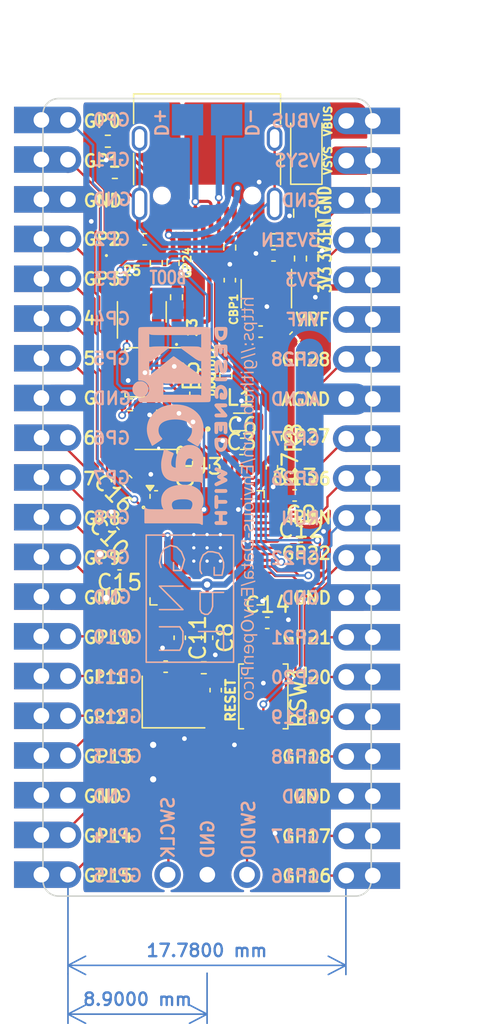
<source format=kicad_pcb>
(kicad_pcb (version 20240108) (generator "pcbnew") (generator_version "8.0")
  (title_block (title "Env Open Pico") (date "2021-09-14") (rev "REV1") (company "Envious.Design"))
  (layers (0 "F.Cu" signal) (31 "B.Cu" signal) (34 "B.Paste" user) (35 "F.Paste" user) (36 "B.SilkS" user "B.Silkscreen") (37 "F.SilkS" user "F.Silkscreen") (38 "B.Mask" user) (39 "F.Mask" user) (44 "Edge.Cuts" user))
  (net 0 "")
  (net 1 "VBUS")
  (net 2 "+1V1")
  (net 3 "/~{USB_BOOT}")
  (net 4 "/GPIO15")
  (net 5 "/GPIO14")
  (net 6 "/GPIO13")
  (net 7 "/GPIO12")
  (net 8 "/GPIO11")
  (net 9 "/GPIO10")
  (net 10 "/GPIO9")
  (net 11 "/GPIO8")
  (net 12 "/GPIO7")
  (net 13 "/GPIO6")
  (net 14 "/GPIO5")
  (net 15 "/GPIO4")
  (net 16 "/GPIO3")
  (net 17 "/GPIO2")
  (net 18 "/GPIO1")
  (net 19 "/GPIO0")
  (net 20 "/GPIO25")
  (net 21 "/GPIO22")
  (net 22 "/GPIO21")
  (net 23 "/GPIO20")
  (net 24 "/GPIO19")
  (net 25 "/GPIO18")
  (net 26 "/GPIO17")
  (net 27 "/GPIO16")
  (net 28 "/RUN")
  (net 29 "/SWD")
  (net 30 "/SWCLK")
  (net 31 "/QSPI_SS")
  (net 32 "Net-(U1-IN)")
  (net 33 "/QSPI_SD3")
  (net 34 "/QSPI_SCLK")
  (net 35 "/QSPI_SD0")
  (net 36 "/QSPI_SD2")
  (net 37 "/QSPI_SD1")
  (net 38 "Net-(U1-BP)")
  (net 39 "Net-(GP23_LED1-A)")
  (net 40 "3V3_EN")
  (net 41 "USB_D+")
  (net 42 "USB_D-")
  (net 43 "/ADC_VREF")
  (net 44 "VSYS")
  (net 45 "+3V3")
  (net 46 "XIN")
  (net 47 "XOUT")
  (net 48 "Net-(C19-Pad2)")
  (net 49 "Net-(Q1-D)")
  (net 50 "Net-(GPIO25_LED1-A)")
  (net 51 "/GPIO24")
  (net 52 "Net-(U3-USB_DP)")
  (net 53 "/GPIO23")
  (net 54 "Net-(U3-USB_DM)")
  (net 55 "Net-(F1-Pad1)")
  (net 56 "AGND")
  (net 57 "GND")
  (net 58 "/GPIO27_ADC1")
  (net 59 "/GPIO26_ADC0")
  (net 60 "/GPIO28_ADC2")
  (net 61 "/VREG_AVDD")
  (net 62 "Net-(J1-SHIELD)")
  (net 63 "Net-(J1-CC1)")
  (net 65 "Net-(J1-CC2)")
  (net 67 "Net-(U3-VREG_LX)")
  (net 68 "/GPIO29_ADC3")
  (footprint "Connector_PinHeader_2.54mm:PinHeader_1x03_P2.54mm_Vertical" (layer "F.Cu") (at 101.125 106.9 90)
    (property "Reference" "J5" (hide yes))
    (property "Value" "Conn_01x03_Male")
  )
  (footprint "Capacitor_SMD:C_0402_1005Metric" (layer "F.Cu") (at 107.9 67.3 180)
    (property "Reference" "C1" (hide yes))
    (property "Value" "10uf 0402")
  )
  (footprint "Resistor_SMD:R_0402_1005Metric" (layer "F.Cu") (at 100.575 76.825)
    (property "Reference" "R1" (hide yes))
    (property "Value" "1K 0402")
  )
  (footprint "Resistor_SMD:R_0402_1005Metric" (layer "F.Cu") (at 110.35 87.05 180)
    (property "Reference" "GPIO25_RESISTOR1" (hide yes))
    (property "Value" "470 0402")
  )
  (footprint "Resistor_SMD:R_0402_1005Metric" (layer "F.Cu") (at 105.1 66.802 90)
    (property "Reference" "R5" (hide yes))
    (property "Value" "5.1K 0402")
  )
  (footprint "Resistor_SMD:R_0402_1005Metric" (layer "F.Cu") (at 97.3 60)
    (property "Reference" "R6" (hide yes))
    (property "Value" "5.1K 0402")
  )
  (footprint "Package_SON:SON-8-1EP_3x2mm_P0.5mm_EP1.4x1.6mm" (layer "F.Cu") (at 100.55 78.6)
    (property "Reference" "FLASH1" (hide yes))
    (property "Value" "W25Q16JVUXIQ")
  )
  (footprint "Capacitor_SMD:C_0402_1005Metric" (layer "F.Cu") (at 102.45 76.825)
    (property "Reference" "C5" (hide yes))
    (property "Value" "100nf 0402")
  )
  (footprint "Button_Switch_SMD:SW_Push_SPST_NO_Alps_SKRK" (layer "F.Cu") (at 100.475 74.775)
    (property "Reference" "J2" (hide yes))
    (property "Value" "TSA343G00-250J2")
  )
  (footprint "Resistor_SMD:R_0402_1005Metric" (layer "F.Cu") (at 98.725 76.85)
    (property "Reference" "R2" (hide yes))
    (property "Value" "10K 0402")
  )
  (footprint "Diode_SMD:D_SOD-123" (layer "F.Cu") (at 110 60.5 90)
    (property "Reference" "D1" (hide yes))
    (property "Value" "1N4002W")
  )
  (footprint "Capacitor_SMD:C_0402_1005Metric" (layer "F.Cu") (at 107.075 72.175 180)
    (property "Reference" "C4" (hide yes))
    (property "Value" "10uf 0402")
  )
  (footprint "Resistor_SMD:R_0402_1005Metric" (layer "F.Cu") (at 109.625 67.5 90)
    (property "Reference" "R7" (hide yes))
    (property "Value" "100K 0402")
  )
  (footprint "Capacitor_SMD:C_0402_1005Metric" (layer "F.Cu") (at 101 93.6)
    (property "Reference" "C2" (hide yes))
    (property "Value" "22pf 0402")
  )
  (footprint "Capacitor_SMD:C_0402_1005Metric" (layer "F.Cu") (at 104.2 95.1 90)
    (property "Reference" "C19" (hide yes))
    (property "Value" "22pf 0402")
  )
  (footprint "LED_SMD:LED_0402_1005Metric" (layer "F.Cu") (at 98.3 67.31)
    (property "Reference" "GPIO25_LED1" (hide yes))
    (property "Value" "LED_0402")
  )
  (footprint "Package_TO_SOT_SMD:SOT-23-5" (layer "F.Cu") (at 107.442 69.7484 -90)
    (property "Reference" "U1" (hide yes))
    (property "Value" "SOT-23-5 5.5V 3.3V 500mA")
  )
  (footprint "Capacitor_SMD:C_0402_1005Metric" (layer "F.Cu") (at 105.1052 68.8848 90)
    (property "Reference" "CBP1" (hide yes))
    (property "Value" "10uf 0402")
  )
  (footprint "Crystal:Crystal_SMD_3225-4Pin_3.2x2.5mm" (layer "F.Cu") (at 101.5 95.86)
    (property "Reference" "Y1" (hide yes))
    (property "Value" "3225_4P 12MHz")
  )
  (footprint "Resistor_SMD:R_0402_1005Metric" (layer "F.Cu") (at 103.44 93.67)
    (property "Reference" "R11" (hide yes))
    (property "Value" "1K 0402")
  )
  (footprint "Fuse:Fuse_0805_2012Metric" (layer "F.Cu") (at 109.9 64.6 90)
    (property "Reference" "F1" (hide yes))
    (property "Value" "0805L050WR")
  )
  (footprint "Capacitor_SMD:C_0402_1005Metric" (layer "F.Cu") (at 109.25 82.65)
    (property "Reference" "C13")
    (property "Value" "100nF 0402")
  )
  (footprint "Resistor_SMD:R_0402_1005Metric" (layer "F.Cu") (at 103.8 75 90)
    (property "Reference" "R3")
    (property "Value" "27ohm 0402")
  )
  (footprint "Resistor_SMD:R_0402_1005Metric" (layer "F.Cu") (at 104.85 75.01 90)
    (property "Reference" "R4")
    (property "Value" "27ohm 0402")
  )
  (footprint "Capacitor_SMD:C_0402_1005Metric" (layer "F.Cu") (at 109.65 85)
    (property "Reference" "C9")
    (property "Value" "4.7uF 0402")
  )
  (footprint "Resistor_SMD:R_0402_1005Metric" (layer "F.Cu") (at 101.475 67.785 -90)
    (property "Reference" "R101" (hide yes))
    (property "Value" "5.6K 0402")
  )
  (footprint "rpi-lib-kicad-rp235x:QFN-60-1EP_7x7mm_P0.4mm_EP3.4x3.4mm_ThermalVias" (layer "F.Cu") (at 103.65 86)
    (property "Reference" "U3")
    (property "Value" "RP2350A")
  )
  (footprint "Package_TO_SOT_SMD:SOT-23" (layer "F.Cu") (at 99.475 70.9125 90)
    (property "Reference" "Q1" (hide yes))
    (property "Value" "SI2301B")
  )
  (footprint "Capacitor_SMD:C_0402_1005Metric" (layer "F.Cu") (at 109.65 86)
    (property "Reference" "C12")
    (property "Value" "100nF 0402")
  )
  (footprint "Capacitor_SMD:C_0402_1005Metric" (layer "F.Cu") (at 105.9 79.35)
    (property "Reference" "C6")
    (property "Value" "4.7uF 0402")
  )
  (footprint "Capacitor_SMD:C_0402_1005Metric" (layer "F.Cu") (at 98.2 84.5 135)
    (property "Reference" "C10")
    (property "Value" "100nF 0402")
  )
  (footprint "Inductor_SMD:L_0805_2012Metric" (layer "F.Cu") (at 105.75 77.95)
    (property "Reference" "L1")
    (property "Value" "3.3uH 0805")
  )
  (footprint "Resistor_SMD:R_0402_1005Metric" (layer "F.Cu") (at 108.025 78.975 -90)
    (property "Reference" "R8")
    (property "Value" "33ohm 0402")
  )
  (footprint "LED_SMD:LED_0402_1005Metric" (layer "F.Cu") (at 101.695 71.9025 90)
    (property "Reference" "GP23_LED1" (hide yes))
    (property "Value" "GP23 LED_0402")
  )
  (footprint "Capacitor_SMD:C_0402_1005Metric" (layer "F.Cu") (at 103.65 91.75 -90)
    (property "Reference" "C8")
    (property "Value" "100nF 0402")
  )
  (footprint "Capacitor_SMD:C_0402_1005Metric" (layer "F.Cu") (at 105.85 80.4)
    (property "Reference" "C3")
    (property "Value" "4.7uF 0402")
  )
  (footprint "Capacitor_SMD:C_0402_1005Metric" (layer "F.Cu") (at 99.66 66.27 180)
    (property "Reference" "C101" (hide yes))
    (property "Value" "0.1uf 0402")
  )
  (footprint "Capacitor_SMD:C_0402_1005Metric" (layer "F.Cu") (at 98.5 81.7 135)
    (property "Reference" "C16")
    (property "Value" "100nF 0402")
  )
  (footprint "Resistor_SMD:R_0402_1005Metric" (layer "F.Cu") (at 100.4 67.785 90)
    (property "Reference" "R103" (hide yes))
    (property "Value" "10K 0402")
  )
  (footprint "Capacitor_SMD:C_0402_1005Metric" (layer "F.Cu") (at 98.05 87.05 180)
    (property "Reference" "C15")
    (property "Value" "100nF 0402")
  )
  (footprint "Capacitor_SMD:C_0402_1005Metric" (layer "F.Cu") (at 101.9 91.75 -90)
    (property "Reference" "C11")
    (property "Value" "100nF 0402")
  )
  (footprint "Resistor_SMD:R_0402_1005Metric" (layer "F.Cu") (at 107.95 66.3 180)
    (property "Reference" "FB1" (hide yes))
    (property "Value" "FerriteBead 0402")
  )
  (footprint "Capacitor_SMD:C_0402_1005Metric" (layer "F.Cu") (at 107.5 90.8)
    (property "Reference" "C14")
    (property "Value" "100nF 0402")
  )
  (footprint "Capacitor_SMD:C_0402_1005Metric" (layer "F.Cu") (at 103.45 80.8 90)
    (property "Reference" "C18")
    (property "Value" "100nF 0402")
  )
  (footprint "Connector_USB:USB_C_Receptacle_HRO_TYPE-C-31-M-12" (layer "F.Cu") (at 103.65 60.875 180)
    (property "Reference" "J1" (hide yes))
    (property "Value" "USB_C_Receptacle_USB2.0")
  )
  (footprint "Capacitor_SMD:C_0402_1005Metric" (layer "F.Cu") (at 109.275 72.525 45)
    (property "Reference" "C17" (hide yes))
    (property "Value" "10uf 0402")
  )
  (footprint "Capacitor_SMD:C_0402_1005Metric" (layer "F.Cu") (at 107.8 80.85 -90)
    (property "Reference" "C7")
    (property "Value" "4.7uF 0402")
  )
  (footprint "Resistor_SMD:R_0402_1005Metric" (layer "F.Cu") (at 97.75 62 180)
    (property "Reference" "R102" (hide yes))
    (property "Value" "220 0402")
  )
  (footprint "Button_Switch_SMD:SW_Push_SPST_NO_Alps_SKRK" (layer "F.Cu") (at 107.25 95.5 -90)
    (property "Reference" "RSW1")
    (property "Value" "TSA343G00-250J2")
  )
  (footprint "Resistor_SMD:R_0402_1005Metric" (layer "F.Cu") (at 101.695 69.977499 90)
    (property "Reference" "GPIO24_RESISTOR1" (hide yes))
    (property "Value" "1K 0402")
  )
  (footprint "Symbol:OSHW-Symbol_6.7x6mm_Copper" (layer "F.Cu") (at 103.65 101.5)
    (property "Reference" "REF**" (hide yes))
    (property "Value" "OSHW-Symbol_6.7x6mm_Copper" (hide yes))
  )
  (footprint "Connector_PinHeader_2.54mm:PinHeader_1x20_P2.54mm_Vertical" (layer "B.Cu") (at 112.53 58.699138 180)
    (property "Reference" "J4" (hide yes))
    (property "Value" "2.54mm header 01x20")
  )
  (footprint "Connector_PinHeader_2.54mm:PinHeader_1x20_P2.54mm_Vertical" (layer "B.Cu") (at 94.75 106.899138)
    (property "Reference" "J3" (hide yes))
    (property "Value" "2.54mm header 01x20")
  )
  (footprint "EnvExtras:CustomTestPoint" (layer "B.Cu") (at 102.4 58.625)
    (property "Reference" "TP1" (hide yes))
    (property "Value" "TestPoint")
  )
  (footprint "EnvExtras:CustomTestPoint" (layer "B.Cu") (at 104.9 58.625)
    (property "Reference" "TP2" (hide yes))
    (property "Value" "TestPoint")
  )
  (footprint "EnvExtras:CustomTestPoint" (layer "B.Cu") (at 101.15 70.375)
    (property "Reference" "TP3" (hide yes))
    (property "Value" "TestPoint")
  )
  (footprint "Symbol:Symbol_GNU-GPL_CopperTop_Small" (layer "B.Cu") (at 102.804 89.25 -90)
    (property "Reference" "REF**" (hide yes))
    (property "Value" "Symbol_GNU-GPL_CopperTop_Small")
  )
  (footprint "NetTie:NetTie-2_SMD_Pad0.5mm" (layer "B.Cu") (at 109.05 82.925)
    (property "Reference" "NT1" (hide yes))
    (property "Value" "NetTie_2")
  )
  (footprint "Symbol:KiCad-Logo2_5mm_SilkScreen" (layer "B.Cu") (at 101.9 78.2 -90)
    (property "Reference" "REF**" (hide yes))
    (property "Value" "KiCad-Logo2_5mm_SilkScreen" (hide yes))
  )
  (gr_circle (center 103.7 78.4) (end 103.825 78.4) (stroke (width 0.1)) (fill solid) (layer "F.SilkS"))
  (gr_circle (center 99.58 83.415) (end 99.6 83.415) (stroke (width 0.1)) (fill none) (layer "F.SilkS"))
  (gr_line (start 113.15 108.27) (end 94.15 108.27) (stroke (width 0.1)) (layer "Edge.Cuts"))
  (gr_arc (start 93.15 58.27) (mid 93.442893 57.562893) (end 94.15 57.27) (stroke (width 0.1)) (layer "Edge.Cuts"))
  (gr_line (start 114.15 58.27) (end 114.15 107.27) (stroke (width 0.1)) (layer "Edge.Cuts"))
  (gr_arc (start 114.15 107.27) (mid 113.857107 107.977107) (end 113.15 108.27) (stroke (width 0.1)) (layer "Edge.Cuts"))
  (gr_line (start 93.15 107.27) (end 93.15 58.27) (stroke (width 0.1)) (layer "Edge.Cuts"))
  (gr_arc (start 94.15 108.27) (mid 93.442893 107.977107) (end 93.15 107.27) (stroke (width 0.1)) (layer "Edge.Cuts"))
  (gr_line (start 94.15 57.27) (end 113.15 57.27) (stroke (width 0.1)) (layer "Edge.Cuts"))
  (gr_arc (start 113.15 57.27) (mid 113.857107 57.562893) (end 114.15 58.27) (stroke (width 0.1)) (layer "Edge.Cuts"))
  (gr_text "SWCLK" (at 101.15 105.945 90) (layer "B.SilkS") (effects (font (size 0.8 0.8) (thickness 0.153)) (justify right mirror)))
  (gr_text "GND" (at 103.69 105.945 90) (layer "B.SilkS") (effects (font (size 0.8 0.8) (thickness 0.153)) (justify right mirror)))
  (gr_text "GP20" (at 109.3 94.28947 0) (layer "B.SilkS") (effects (font (size 0.8 0.8) (thickness 0.153)) (justify mirror)))
  (gr_text "3V3EN" (at 108.97619 66.326315 0) (layer "B.SilkS") (effects (font (size 0.8 0.8) (thickness 0.153)) (justify mirror)))
  (gr_text "3V3" (at 109.757143 68.86842 0) (layer "B.SilkS") (effects (font (size 0.8 0.8) (thickness 0.153)) (justify mirror)))
  (gr_text "GP15" (at 97.925 106.963158 0) (layer "B.SilkS") (effects (font (size 0.8 0.8) (thickness 0.153)) (justify mirror)))
  (gr_text "SWDIO" (at 106.307142 105.95 90) (layer "B.SilkS") (effects (font (size 0.8 0.8) (thickness 0.153)) (justify right mirror)))
  (gr_text "VSYS" (at 109.414286 61.242105 0) (layer "B.SilkS") (effects (font (size 0.8 0.8) (thickness 0.153)) (justify mirror)))
  (gr_text "GP7" (at 97.544047 81.528947 0) (layer "B.SilkS") (effects (font (size 0.8 0.8) (thickness 0.153)) (justify mirror)))
  (gr_text "GP17" (at 109.3 104.45789 0) (layer "B.SilkS") (effects (font (size 0.8 0.8) (thickness 0.153)) (justify mirror)))
  (gr_text "AGND" (at 109.3 76.494735 0) (layer "B.SilkS") (effects (font (size 0.8 0.8) (thickness 0.153)) (justify mirror)))
  (gr_text "GP21" (at 109.3 91.747365 0) (layer "B.SilkS") (effects (font (size 0.8 0.8) (thickness 0.153)) (justify mirror)))
  (gr_text "GND" (at 109.642857 89.20526 0) (layer "B.SilkS") (effects (font (size 0.8 0.8) (thickness 0.153)) (justify mirror)))
  (gr_text "GP8" (at 97.544047 84.072368 0) (layer "B.SilkS") (effects (font (size 0.8 0.8) (thickness 0.153)) (justify mirror)))
  (gr_text "VRF" (at 109.77619 71.410525 0) (layer "B.SilkS") (effects (font (size 0.8 0.8) (thickness 0.153)) (justify mirror)))
  (gr_text "GP10" (at 97.925 91.702631 0) (layer "B.SilkS") (effects (font (size 0.8 0.8) (thickness 0.153)) (justify mirror)))
  (gr_text "GP18" (at 109.3 99.37368 0) (layer "B.SilkS") (effects (font (size 0.8 0.8) (thickness 0.153)) (justify mirror)))
  (gr_text "GP5" (at 97.544047 73.898684 0) (layer "B.SilkS") (effects (font (size 0.8 0.8) (thickness 0.153)) (justify mirror)))
  (gr_text "GP16" (at 109.3 107 0) (layer "B.SilkS") (effects (font (size 0.8 0.8) (thickness 0.153)) (justify mirror)))
  (gr_text "GP6" (at 97.544047 78.985526 0) (layer "B.SilkS") (effects (font (size 0.8 0.8) (thickness 0.153)) (justify mirror)))
  (gr_text "GND" (at 109.642857 101.915785 0) (layer "B.SilkS") (effects (font (size 0.8 0.8) (thickness 0.153)) (justify mirror)))
  (gr_text "GP11" (at 97.925 94.246052 0) (layer "B.SilkS") (effects (font (size 0.8 0.8) (thickness 0.153)) (justify mirror)))
  (gr_text "GP9" (at 97.544047 86.615789 0) (layer "B.SilkS") (effects (font (size 0.8 0.8) (thickness 0.153)) (justify mirror)))
  (gr_text "GP19" (at 109.3 96.831575 0) (layer "B.SilkS") (effects (font (size 0.8 0.8) (thickness 0.153)) (justify mirror)))
  (gr_text "GP0" (at 97.544047 58.638158 0) (layer "B.SilkS") (effects (font (size 0.8 0.8) (thickness 0.153)) (justify mirror)))
  (gr_text "BOOT" (at 101.15 68.725 0) (layer "B.SilkS") (effects (font (size 0.8 0.6)) (justify mirror)))
  (gr_text "VBUS" (at 109.319048 58.7 0) (layer "B.SilkS") (effects (font (size 0.8 0.8) (thickness 0.153)) (justify mirror)))
  (gr_text "GP2" (at 97.544047 66.268421 0) (layer "B.SilkS") (effects (font (size 0.8 0.8) (thickness 0.153)) (justify mirror)))
  (gr_text "GP4" (at 97.544047 71.355263 0) (layer "B.SilkS") (effects (font (size 0.8 0.8) (thickness 0.153)) (justify mirror)))
  (gr_text "D-" (at 106.5 58.8 270) (layer "B.SilkS") (effects (font (size 0.8 0.8) (thickness 0.153)) (justify mirror)))
  (gr_text "GND" (at 97.582142 89.15921 0) (layer "B.SilkS") (effects (font (size 0.8 0.8) (thickness 0.153)) (justify mirror)))
  (gr_text "GND" (at 97.582142 76.442105 0) (layer "B.SilkS") (effects (font (size 0.8 0.8) (thickness 0.153)) (justify mirror)))
  (gr_text "GND" (at 97.582142 63.725 0) (layer "B.SilkS") (effects (font (size 0.8 0.8) (thickness 0.153)) (justify mirror)))
  (gr_text "GP1" (at 97.544047 61.181579 0) (layer "B.SilkS") (effects (font (size 0.8 0.8) (thickness 0.153)) (justify mirror)))
  (gr_text "GND" (at 109.642857 63.78421 0) (layer "B.SilkS") (effects (font (size 0.8 0.8) (thickness 0.153)) (justify mirror)))
  (gr_text "GP3" (at 97.544047 68.811842 0) (layer "B.SilkS") (effects (font (size 0.8 0.8) (thickness 0.153)) (justify mirror)))
  (gr_text "GP26" (at 109.3 81.578945 0) (layer "B.SilkS") (effects (font (size 0.8 0.8) (thickness 0.153)) (justify mirror)))
  (gr_text "GP28" (at 109.3 73.95263 0) (layer "B.SilkS") (effects (font (size 0.8 0.8) (thickness 0.153)) (justify mirror)))
  (gr_text "GP22" (at 109.3 86.663155 0) (layer "B.SilkS") (effects (font (size 0.8 0.8) (thickness 0.153)) (justify mirror)))
  (gr_text "https://github.com/Envious-Data/EnvOpenPico" (at 106.3 82.85 90) (layer "B.SilkS") (effects (font (size 0.8 0.8) (thickness 0.153)) (justify mirror)))
  (gr_text "RUN" (at 109.62381 84.12105 0) (layer "B.SilkS") (effects (font (size 0.8 0.8) (thickness 0.153)) (justify mirror)))
  (gr_text "GND" (at 97.582142 101.876315 0) (layer "B.SilkS") (effects (font (size 0.8 0.8) (thickness 0.153)) (justify mirror)))
  (gr_text "GP12" (at 97.925 96.789473 0) (layer "B.SilkS") (effects (font (size 0.8 0.8) (thickness 0.153)) (justify mirror)))
  (gr_text "GP14" (at 97.925 104.419736 0) (layer "B.SilkS") (effects (font (size 0.8 0.8) (thickness 0.153)) (justify mirror)))
  (gr_text "GP13" (at 97.925 99.332894 0) (layer "B.SilkS") (effects (font (size 0.8 0.8) (thickness 0.153)) (justify mirror)))
  (gr_text "GP27" (at 109.3 79.03684 0) (layer "B.SilkS") (effects (font (size 0.8 0.8) (thickness 0.153)) (justify mirror)))
  (gr_text "D+" (at 100.7 58.8 270) (layer "B.SilkS") (effects (font (size 0.8 0.8) (thickness 0.153)) (justify mirror)))
  (gr_text "GP18" (at 110.019743 99.3636 0) (layer "F.SilkS") (effects (font (size 0.8 0.8) (thickness 0.153))))
  (gr_text "5" (at 96.13 73.892183 0) (layer "F.SilkS") (effects (font (size 0.8 0.8) (thickness 0.153))))
  (gr_text "BOOTSEL" (at 103.775 74.7 90) (layer "F.SilkS") (effects (font (size 0.8 0.5) (thickness 0.125) (bold yes))))
  (gr_text "GP14" (at 97.320953 104.435514 0) (layer "F.SilkS") (effects (font (size 0.8 0.8) (thickness 0.153))))
  (gr_text "GND" (at 111.175 63.775 90) (layer "F.SilkS") (effects (font (size 0.8 0.6))))
  (gr_text "GND" (at 96.978095 63.803946 0) (layer "F.SilkS") (effects (font (size 0.8 0.8) (thickness 0.153))))
  (gr_text "GP12" (at 97.1 96.825 0) (layer "F.SilkS") (effects (font (size 0.8 0.7))))
  (gr_text "VBUS" (at 111.39 58.71 90) (layer "F.SilkS") (effects (font (size 0.5 0.5) (thickness 0.125))))
  (gr_text "GP2" (at 96.94 66.262761 0) (layer "F.SilkS") (effects (font (size 0.8 0.8) (thickness 0.153))))
  (gr_text "GP9" (at 96.94 86.659203 0) (layer "F.SilkS") (effects (font (size 0.8 0.8) (thickness 0.153))))
  (gr_text "GP0" (at 96.94 58.725 0) (layer "F.SilkS") (effects (font (size 0.8 0.8) (thickness 0.153))))
  (gr_text "G" (at 96.149048 76.434298 0) (layer "F.SilkS") (effects (font (size 0.8 0.8) (thickness 0.153))))
  (gr_text "GP10" (at 97.320953 91.738149 0) (layer "F.SilkS") (effects (font (size 0.8 0.8) (thickness 0.153))))
  (gr_text "25" (at 98.85 68.287 0) (layer "F.SilkS") (effects (font (size 0.6 0.6))))
  (gr_text "RUN" (at 110.3626 84.065 0) (layer "F.SilkS") (effects (font (size 0.8 0.8) (thickness 0.153))))
  (gr_text "GND" (at 110.3626 89.2036 0) (layer "F.SilkS") (effects (font (size 0.8 0.8) (thickness 0.153))))
  (gr_text "3V3EN" (at 111.2 66.325 90) (layer "F.SilkS") (effects (font (size 0.8 0.6))))
  (gr_text "GND" (at 96.978095 89.198676 0) (layer "F.SilkS") (effects (font (size 0.8 0.8) (thickness 0.153))))
  (gr_text "4" (at 96.13 71.33 0) (layer "F.SilkS") (effects (font (size 0.8 0.8) (thickness 0.153))))
  (gr_text "RESET" (at 105.15 95.75 90) (layer "F.SilkS") (effects (font (size 0.6 0.6))))
  (gr_text "CBP1" (at 105.3592 70.75 90) (layer "F.SilkS") (effects (font (size 0.5 0.5) (thickness 0.125))))
  (gr_text "AGND" (at 111.633 76.5048 0) (layer "F.SilkS") (effects (font (size 0.8 0.8) (thickness 0.153)) (justify right)))
  (gr_text "GP15" (at 97.320953 106.975 0) (layer "F.SilkS") (effects (font (size 0.8 0.8) (thickness 0.153))))
  (gr_text "7" (at 96.13 81.580257 0) (layer "F.SilkS") (effects (font (size 0.8 0.8) (thickness 0.153))))
  (gr_text "GND" (at 110.3626 101.9036 0) (layer "F.SilkS") (effects (font (size 0.8 0.8) (thickness 0.153))))
  (gr_text "GP28" (at 109.97 73.965 0) (layer "F.SilkS") (effects (font (size 0.8 0.8) (thickness 0.153))))
  (gr_text "GP17" (at 110.007 104.4436 0) (layer "F.SilkS") (effects (font (size 0.8 0.8) (thickness 0.153))))
  (gr_text "GP13" (at 97.320953 99.356568 0) (layer "F.SilkS") (effects (font (size 0.8 0.8) (thickness 0.153))))
  (gr_text "GP24" (at 102.375 67.775 90) (layer "F.SilkS") (effects (font (size 0.5 0.5) (thickness 0.125))))
  (gr_text "GP1" (at 96.94 61.264473 0) (layer "F.SilkS") (effects (font (size 0.8 0.8) (thickness 0.153))))
  (gr_text "GP8" (at 96.94 84.11973 0) (layer "F.SilkS") (effects (font (size 0.8 0.8) (thickness 0.153))))
  (gr_text "VSYS" (at 111.39 61.23 90) (layer "F.SilkS") (effects (font (size 0.5 0.5) (thickness 0.125))))
  (gr_text "23" (at 102.7 71.9 90) (layer "F.SilkS") (effects (font (size 0.6 0.6))))
  (gr_text "GP16" (at 110.0324 106.9836 0) (layer "F.SilkS") (effects (font (size 0.8 0.8) (thickness 0.153))))
  (gr_text "20" (at 110.819743 94.2836 0) (layer "F.SilkS") (effects (font (size 0.8 0.8) (thickness 0.153))))
  (gr_text "VRF" (at 110.4 71.4 0) (layer "F.SilkS") (effects (font (size 0.8 0.8))))
  (gr_text "GP11" (at 97.1 94.277622 0) (layer "F.SilkS") (effects (font (size 0.8 0.7) (thickness 0.153))))
  (gr_text "GND" (at 96.978095 101.896041 0) (layer "F.SilkS") (effects (font (size 0.8 0.8) (thickness 0.153))))
  (gr_text "GP27" (at 109.95 78.85 0) (layer "F.SilkS") (effects (font (size 0.8 0.8) (thickness 0.153))))
  (gr_text "GP26" (at 110 81.585 0) (layer "F.SilkS") (effects (font (size 0.8 0.8) (thickness 0.153))))
  (gr_text "6" (at 96.13 78.977439 0) (layer "F.SilkS") (effects (font (size 0.8 0.8) (thickness 0.153))))
  (gr_text "GP3" (at 96.93 68.81 0) (layer "F.SilkS") (effects (font (size 0.8 0.8) (thickness 0.153))))
  (gr_text "GP21" (at 110.019743 91.7436 0) (layer "F.SilkS") (effects (font (size 0.8 0.8) (thickness 0.153))))
  (gr_text "GP22" (at 109.9985 86.35 0) (layer "F.SilkS") (effects (font (size 0.8 0.8))))
  (gr_text "19" (at 110.819743 96.825 0) (layer "F.SilkS") (effects (font (size 0.8 0.8) (thickness 0.153))))
  (gr_text "3V3" (at 111.2 68.85 90) (layer "F.SilkS") (effects (font (size 0.8 0.6))))
  (dimension (type aligned) (layer "B.Cu") (pts (xy 94.75 112.7) (xy 103.65 112.7)) (height 3.119138) (gr_text "8.9000 mm" (at 99.2 114.869138 0) (layer "B.Cu") (effects (font (size 0.8 0.8) (thickness 0.15)))) (format (prefix "") (suffix "") (units 3) (units_format 1) (precision 4)) (style (thickness 0.1) (arrow_length 1.27) (text_position_mode 0) (extension_height 0.58642) (extension_offset 0.5) keep_text_aligned))
  (dimension (type aligned) (layer "B.Cu") (pts (xy 94.75 106.899138) (xy 112.53 106.899138)) (height 5.800862) (gr_text "17.7800 mm" (at 103.64 111.75 0) (layer "B.Cu") (effects (font (size 0.8 0.8) (thickness 0.15)))) (format (prefix "") (suffix "") (units 3) (units_format 1) (precision 4)) (style (thickness 0.1) (arrow_length 1.27) (text_position_mode 0) (extension_height 0.58642) (extension_offset 0.5) keep_text_aligned))
  (segment (start 101.2 66) (end 101.475 66.275) (width 0.3) (layer "F.Cu") (net 1))
  (segment (start 101.475 66.275) (end 101.475 67.275) (width 0.3) (layer "F.Cu") (net 1))
  (segment (start 101.2 64.92) (end 101.2 66) (width 0.4) (layer "F.Cu") (net 1))
  (via (at 101.2 66) (size 0.5) (drill 0.3) (layers "F.Cu" "B.Cu") (net 1))
  (via (at 105.6 63) (size 0.5) (drill 0.3) (layers "F.Cu" "B.Cu") (net 1))
  (segment (start 102.6 66) (end 101.2 66) (width 0.4) (layer "B.Cu") (net 1))
  (arc (start 105.6 63) (mid 104.72132 65.12132) (end 102.6 66) (width 0.4) (layer "B.Cu") (net 1))
  (segment (start 107.0875 85.6) (end 108.15 85.6) (width 0.15) (layer "F.Cu") (net 2))
  (segment (start 108.15 85.6) (end 108.75 85) (width 0.15) (layer "F.Cu") (net 2))
  (segment (start 108.75 85) (end 109.17 85) (width 0.15) (layer "F.Cu") (net 2))
  (segment (start 99.089411 84.839411) (end 98.539411 84.839411) (width 0.15) (layer "F.Cu") (net 2))
  (segment (start 103.65 88.35) (end 103.65 89.4375) (width 0.2) (layer "F.Cu") (net 2))
  (segment (start 103.65 89.4375) (end 103.65 91.27) (width 0.15) (layer "F.Cu") (net 2))
  (segment (start 101.125 85.2) (end 100.2125 85.2) (width 0.2) (layer "F.Cu") (net 2))
  (segment (start 100.2125 85.2) (end 99.45 85.2) (width 0.15) (layer "F.Cu") (net 2))
  (segment (start 99.45 85.2) (end 99.089411 84.839411) (width 0.15) (layer "F.Cu") (net 2))
  (segment (start 107.0875 85.6) (end 106.25 85.6) (width 0.2) (layer "F.Cu") (net 2))
  (via (at 104.65 79.15) (size 0.5) (drill 0.3) (layers "F.Cu" "B.Cu") (net 2))
  (via (at 106.25 85.6) (size 0.4) (drill 0.2) (layers "F.Cu" "B.Cu") (net 2))
  (via (at 101.125 85.2) (size 0.4) (drill 0.2) (layers "F.Cu" "B.Cu") (net 2))
  (via (at 103.65 88.35) (size 0.8) (drill 0.4) (layers "F.Cu" "B.Cu") (net 2))
  (segment (start 104.8 88.35) (end 106.25 86.9) (width 0.4) (layer "B.Cu") (net 2))
  (segment (start 101.125 86.875) (end 101.125 85.2) (width 0.4) (layer "B.Cu") (net 2))
  (segment (start 104.578219 79.796027) (end 104.578219 79.221781) (width 0.4) (layer "B.Cu") (net 2))
  (segment (start 102.6 88.35) (end 101.125 86.875) (width 0.4) (layer "B.Cu") (net 2))
  (segment (start 106.25 86.9) (end 106.25 85.6) (width 0.4) (layer "B.Cu") (net 2))
  (segment (start 103.65 88.35) (end 104.8 88.35) (width 0.4) (layer "B.Cu") (net 2))
  (segment (start 103.65 88.35) (end 102.6 88.35) (width 0.4) (layer "B.Cu") (net 2))
  (segment (start 104.578219 79.221781) (end 104.65 79.15) (width 0.4) (layer "B.Cu") (net 2))
  (segment (start 106.25 81.467808) (end 106.25 85.6) (width 0.4) (layer "B.Cu") (net 2))
  (segment (start 104.578219 79.796027) (end 106.25 81.467808) (width 0.4) (layer "B.Cu") (net 2))
  (segment (start 101.085 76.21) (end 99.675 74.8) (width 0.15) (layer "F.Cu") (net 3))
  (segment (start 101.925 74.775) (end 101.55 74.4) (width 0.15) (layer "F.Cu") (net 3))
  (segment (start 101.085 76.825) (end 101.085 76.21) (width 0.15) (layer "F.Cu") (net 3))
  (segment (start 102.575 74.775) (end 101.925 74.775) (width 0.15) (layer "F.Cu") (net 3))
  (via (at 101.55 74.4) (size 0.5) (drill 0.3) (layers "F.Cu" "B.Cu") (net 3))
  (via (at 99.675 74.8) (size 0.5) (drill 0.3) (layers "F.Cu" "B.Cu") (net 3))
  (segment (start 99.675 74.8) (end 101.15 73.325) (width 0.15) (layer "B.Cu") (net 3))
  (segment (start 99.675 74.8) (end 100.125 74.35) (width 0.15) (layer "B.Cu") (net 3))
  (segment (start 101.55 74.35) (end 101.55 74.4) (width 0.15) (layer "B.Cu") (net 3))
  (segment (start 100.125 74.35) (end 101.55 74.35) (width 0.15) (layer "B.Cu") (net 3))
  (segment (start 101.15 73.325) (end 101.15 70.375) (width 0.15) (layer "B.Cu") (net 3))
  (segment (start 102.05 89.4375) (end 102.05 90.15) (width 0.15) (layer "F.Cu") (net 4))
  (segment (start 95.025431 106.899138) (end 94.75 106.899138) (width 0.15) (layer "F.Cu") (net 4))
  (segment (start 98.6 93.6) (end 98.6 103.324569) (width 0.15) (layer "F.Cu") (net 4))
  (segment (start 102.05 90.15) (end 98.6 93.6) (width 0.15) (layer "F.Cu") (net 4))
  (segment (start 98.6 103.324569) (end 95.025431 106.899138) (width 0.15) (layer "F.Cu") (net 4))
  (segment (start 101.65 90.125736) (end 101.65 89.4375) (width 0.15) (layer "F.Cu") (net 5))
  (segment (start 94.75 104) (end 98.3 100.45) (width 0.15) (layer "F.Cu") (net 5))
  (segment (start 98.3 100.45) (end 98.3 93.475736) (width 0.15) (layer "F.Cu") (net 5))
  (segment (start 98.3 93.475736) (end 101.65 90.125736) (width 0.15) (layer "F.Cu") (net 5))
  (segment (start 94.75 104.359138) (end 94.75 104) (width 0.15) (layer "F.Cu") (net 5))
  (segment (start 101.25 89.4375) (end 101.25 90.101472) (width 0.15) (layer "F.Cu") (net 6))
  (segment (start 98 93.351472) (end 98 96.029138) (width 0.15) (layer "F.Cu") (net 6))
  (segment (start 98 96.029138) (end 94.75 99.279138) (width 0.15) (layer "F.Cu") (net 6))
  (segment (start 101.25 90.101472) (end 98 93.351472) (width 0.15) (layer "F.Cu") (net 6))
  (segment (start 97.7 95.05) (end 97.7 93.227208) (width 0.15) (layer "F.Cu") (net 7))
  (segment (start 96.010862 96.739138) (end 97.7 95.05) (width 0.15) (layer "F.Cu") (net 7))
  (segment (start 100.85 90.077208) (end 100.85 89.4375) (width 0.15) (layer "F.Cu") (net 7))
  (segment (start 97.7 93.227208) (end 100.85 90.077208) (width 0.15) (layer "F.Cu") (net 7))
  (segment (start 94.75 96.739138) (end 96.010862 96.739138) (width 0.15) (layer "F.Cu") (net 7))
  (segment (start 96.400862 94.199138) (end 94.75 94.199138) (width 0.15) (layer "F.Cu") (net 8))
  (segment (start 100.2125 88.8) (end 100.2125 89.2875) (width 0.15) (layer "F.Cu") (net 8))
  (segment (start 100.2125 89.2875) (end 97.05 92.45) (width 0.15) (layer "F.Cu") (net 8))
  (segment (start 97.05 93.55) (end 96.400862 94.199138) (width 0.15) (layer "F.Cu") (net 8))
  (segment (start 97.05 92.45) (end 97.05 93.55) (width 0.15) (layer "F.Cu") (net 8))
  (segment (start 97.65 89.95) (end 99.2 88.4) (width 0.15) (layer "F.Cu") (net 9))
  (segment (start 96.540862 91.659138) (end 97.65 90.55) (width 0.15) (layer "F.Cu") (net 9))
  (segment (start 97.65 90.55) (end 97.65 89.95) (width 0.15) (layer "F.Cu") (net 9))
  (segment (start 99.2 88.4) (end 100.2125 88.4) (width 0.15) (layer "F.Cu") (net 9))
  (segment (start 94.75 91.659138) (end 96.540862 91.659138) (width 0.15) (layer "F.Cu") (net 9))
  (segment (start 96.170862 88) (end 94.75 86.579138) (width 0.15) (layer "F.Cu") (net 10))
  (segment (start 100.2125 88) (end 96.170862 88) (width 0.15) (layer "F.Cu") (net 10))
  (segment (start 100.2125 87.6) (end 99.35 87.6) (width 0.15) (layer "F.Cu") (net 11))
  (segment (start 96.7 87.7) (end 96.15 87.15) (width 0.15) (layer "F.Cu") (net 11))
  (segment (start 96.15 87.15) (end 96.15 85.439138) (width 0.15) (layer "F.Cu") (net 11))
  (segment (start 99.25 87.7) (end 96.7 87.7) (width 0.15) (layer "F.Cu") (net 11))
  (segment (start 99.35 87.6) (end 99.25 87.7) (width 0.15) (layer "F.Cu") (net 11))
  (segment (start 96.15 85.439138) (end 94.75 84.039138) (width 0.15) (layer "F.Cu") (net 11))
  (segment (start 98.9 86.35) (end 97.751472 86.35) (width 0.15) (layer "F.Cu") (net 12))
  (segment (start 99.35 86.8) (end 98.9 86.35) (width 0.15) (layer "F.Cu") (net 12))
  (segment (start 96.15 84.748528) (end 96.15 83.347056) (width 0.15) (layer "F.Cu") (net 12))
  (segment (start 94.75 81.947056) (end 94.75 81.499138) (width 0.15) (layer "F.Cu") (net 12))
  (segment (start 96.15 83.347056) (end 94.75 81.947056) (width 0.15) (layer "F.Cu") (net 12))
  (segment (start 100.2125 86.8) (end 99.35 86.8) (width 0.15) (layer "F.Cu") (net 12))
  (segment (start 97.751472 86.35) (end 96.15 84.748528) (width 0.15) (layer "F.Cu") (net 12))
  (segment (start 96.05 81.05) (end 94.75 79.75) (width 0.15) (layer "F.Cu") (net 13))
  (segment (start 94.75 79.75) (end 94.75 78.959138) (width 0.15) (layer "F.Cu") (net 13))
  (segment (start 99.024264 86.05) (end 97.875736 86.05) (width 0.15) (layer "F.Cu") (net 13))
  (segment (start 96.05 82.822792) (end 96.05 81.05) (width 0.15) (layer "F.Cu") (net 13))
  (segment (start 96.45 83.222792) (end 96.05 82.822792) (width 0.15) (layer "F.Cu") (net 13))
  (segment (start 99.374264 86.4) (end 99.024264 86.05) (width 0.15) (layer "F.Cu") (net 13))
  (segment (start 97.875736 86.05) (end 96.45 84.624264) (width 0.15) (layer "F.Cu") (net 13))
  (segment (start 96.45 84.624264) (end 96.45 83.222792) (width 0.15) (layer "F.Cu") (net 13))
  (segment (start 100.2125 86.4) (end 99.374264 86.4) (width 0.15) (layer "F.Cu") (net 13))
  (segment (start 96.35 82.698528) (end 96.35 80.925736) (width 0.15) (layer "F.Cu") (net 14))
  (segment (start 99.148528 85.75) (end 98 85.75) (width 0.15) (layer "F.Cu") (net 14))
  (segment (start 100.2125 86) (end 99.398528 86) (width 0.15) (layer "F.Cu") (net 14))
  (segment (start 98 85.75) (end 96.75 84.5) (width 0.15) (layer "F.Cu") (net 14))
  (segment (start 96.75 83.098528) (end 96.35 82.698528) (width 0.15) (layer "F.Cu") (net 14))
  (segment (start 96 80.575736) (end 96 75.129138) (width 0.15) (layer "F.Cu") (net 14))
  (segment (start 96.35 80.925736) (end 96 80.575736) (width 0.15) (layer "F.Cu") (net 14))
  (segment (start 99.398528 86) (end 99.148528 85.75) (width 0.15) (layer "F.Cu") (net 14))
  (segment (start 96 75.129138) (end 94.75 73.879138) (width 0.15) (layer "F.Cu") (net 14))
  (segment (start 96.75 84.5) (end 96.75 83.098528) (width 0.15) (layer "F.Cu") (net 14))
  (segment (start 97.35 84.675736) (end 97.512132 84.837868) (width 0.15) (layer "F.Cu") (net 15))
  (segment (start 97.05 82.974264) (end 96.65 82.574264) (width 0.15) (layer "F.Cu") (net 15))
  (segment (start 97.35 84.675736) (end 97.05 84.375736) (width 0.15) (layer "F.Cu") (net 15))
  (segment (start 97.05 84.375736) (end 97.05 82.974264) (width 0.15) (layer "F.Cu") (net 15))
  (segment (start 96.3 80.451472) (end 96.3 75.004874) (width 0.15) (layer "F.Cu") (net 15))
  (segment (start 96.65 82.574264) (end 96.65 80.801472) (width 0.15) (layer "F.Cu") (net 15))
  (segment (start 98.124264 85.45) (end 97.35 84.675736) (width 0.15) (layer "F.Cu") (net 15))
  (segment (start 96.05 74.754874) (end 96.05 72.639138) (width 0.15) (layer "F.Cu") (net 15))
  (segment (start 100.2125 85.6) (end 99.422792 85.6) (width 0.15) (layer "F.Cu") (net 15))
  (segment (start 96.3 75.004874) (end 96.05 74.754874) (width 0.15) (layer "F.Cu") (net 15))
  (segment (start 96.05 72.639138) (end 94.75 71.339138) (width 0.15) (layer "F.Cu") (net 15))
  (segment (start 99.422792 85.6) (end 99.272792 85.45) (width 0.15) (layer "F.Cu") (net 15))
  (segment (start 99.272792 85.45) (end 98.124264 85.45) (width 0.15) (layer "F.Cu") (net 15))
  (segment (start 96.65 80.801472) (end 96.3 80.451472) (width 0.15) (layer "F.Cu") (net 15))
  (segment (start 98.65 84.15) (end 96.95 82.45) (width 0.15) (layer "F.Cu") (net 16))
  (segment (start 96.35 72.514874) (end 96.15 72.314874) (width 0.15) (layer "F.Cu") (net 16))
  (segment (start 98.824264 84.15) (end 98.65 84.15) (width 0.15) (layer "F.Cu") (net 16))
  (segment (start 96.95 80.677208) (end 96.6 80.327208) (width 0.15) (layer "F.Cu") (net 16))
  (segment (start 96.6 80.327208) (end 96.6 74.88061) (width 0.15) (layer "F.Cu") (net 16))
  (segment (start 96.95 82.45) (end 96.95 80.677208) (width 0.15) (layer "F.Cu") (net 16))
  (segment (start 96.35 74.63061) (end 96.35 72.514874) (width 0.15) (layer "F.Cu") (net 16))
  (segment (start 96.6 74.88061) (end 96.35 74.63061) (width 0.15) (layer "F.Cu") (net 16))
  (segment (start 99.474264 84.8) (end 98.824264 84.15) (width 0.15) (layer "F.Cu") (net 16))
  (segment (start 96.15 70.199138) (end 94.75 68.799138) (width 0.15) (layer "F.Cu") (net 16))
  (segment (start 96.15 72.314874) (end 96.15 70.199138) (width 0.15) (layer "F.Cu") (net 16))
  (segment (start 100.2125 84.8) (end 99.474264 84.8) (width 0.15) (layer "F.Cu") (net 16))
  (segment (start 98.774264 83.85) (end 97.25 82.325736) (width 0.15) (layer "F.Cu") (net 17))
  (segment (start 97.25 82.325736) (end 97.25 80.552944) (width 0.15) (layer "F.Cu") (net 17))
  (segment (start 96.9 74.756346) (end 96.65 74.506346) (width 0.15) (layer "F.Cu") (net 17))
  (segment (start 99.498528 84.4) (end 98.948528 83.85) (width 0.15) (layer "F.Cu") (net 17))
  (segment (start 96.45 72.19061) (end 96.45 70.074874) (width 0.15) (layer "F.Cu") (net 17))
  (segment (start 98.948528 83.85) (end 98.774264 83.85) (width 0.15) (layer "F.Cu") (net 17))
  (segment (start 97.25 80.552944) (end 96.9 80.202944) (width 0.15) (layer "F.Cu") (net 17))
  (segment (start 96.65 74.506346) (end 96.65 72.39061) (width 0.15) (layer "F.Cu") (net 17))
  (segment (start 96.15 69.774874) (end 96.15 67.659138) (width 0.15) (layer "F.Cu") (net 17))
  (segment (start 100.2125 84.4) (end 99.498528 84.4) (width 0.15) (layer "F.Cu") (net 17))
  (segment (start 96.9 80.202944) (end 96.9 74.756346) (width 0.15) (layer "F.Cu") (net 17))
  (segment (start 96.15 67.659138) (end 94.75 66.259138) (width 0.15) (layer "F.Cu") (net 17))
  (segment (start 96.65 72.39061) (end 96.45 72.19061) (width 0.15) (layer "F.Cu") (net 17))
  (segment (start 96.45 70.074874) (end 96.15 69.774874) (width 0.15) (layer "F.Cu") (net 17))
  (segment (start 96.45 66.35) (end 96.45 69.65061) (width 0.15) (layer "F.Cu") (net 18))
  (segment (start 98.898528 83.55) (end 99.072792 83.55) (width 0.15) (layer "F.Cu") (net 18))
  (segment (start 97.55 80.42868) (end 97.55 82.201472) (width 0.15) (layer "F.Cu") (net 18))
  (segment (start 96.45 69.65061) (end 96.75 69.95061) (width 0.15) (layer "F.Cu") (net 18))
  (segment (start 97.55 82.201472) (end 98.898528 83.55) (width 0.15) (layer "F.Cu") (net 18))
  (segment (start 96.75 72.066346) (end 96.95 72.266346) (width 0.15) (layer "F.Cu") (net 18))
  (segment (start 96.8 63.229138) (end 96.8 66) (width 0.15) (layer "F.Cu") (net 18))
  (segment (start 94.75 61.179138) (end 96.8 63.229138) (width 0.15) (layer "F.Cu") (net 18))
  (segment (start 96.95 72.266346) (end 96.95 74.382082) (width 0.15) (layer "F.Cu") (net 18))
  (segment (start 96.75 69.95061) (end 96.75 72.066346) (width 0.15) (layer "F.Cu") (net 18))
  (segment (start 99.522792 84) (end 100.2125 84) (width 0.15) (layer "F.Cu") (net 18))
  (segment (start 96.95 74.382082) (end 97.2 74.632082) (width 0.15) (layer "F.Cu") (net 18))
  (segment (start 96.8 66) (end 96.45 66.35) (width 0.15) (layer "F.Cu") (net 18))
  (segment (start 99.072792 83.55) (end 99.522792 84) (width 0.15) (layer "F.Cu") (net 18))
  (segment (start 97.2 74.632082) (end 97.2 80.07868) (width 0.15) (layer "F.Cu") (net 18))
  (segment (start 97.2 80.07868) (end 97.55 80.42868) (width 0.15) (layer "F.Cu") (net 18))
  (segment (start 100.2125 83.6) (end 99.7 83.6) (width 0.15) (layer "F.Cu") (net 19))
  (segment (start 99.7 83.6) (end 99 82.9) (width 0.15) (layer "F.Cu") (net 19))
  (via (at 99 82.9) (size 0.5) (drill 0.3) (layers "F.Cu" "B.Cu") (net 19))
  (segment (start 94.75 58.639138) (end 96.35 60.239138) (width 0.15) (layer "B.Cu") (net 19))
  (segment (start 96.35 62.7) (end 96.85 63.2) (width 0.15) (layer "B.Cu") (net 19))
  (segment (start 96.85 63.2) (end 96.85 65.7) (width 0.15) (layer "B.Cu") (net 19))
  (segment (start 96.65 80.55) (end 99 82.9) (width 0.15) (layer "B.Cu") (net 19))
  (segment (start 96.35 60.239138) (end 96.35 62.7) (width 0.15) (layer "B.Cu") (net 19))
  (segment (start 96.65 65.9) (end 96.65 80.55) (width 0.15) (layer "B.Cu") (net 19))
  (segment (start 96.85 65.7) (end 96.65 65.9) (width 0.15) (layer "B.Cu") (net 19))
  (segment (start 108.6 86.3) (end 108.1 86.3) (width 0.15) (layer "F.Cu") (net 20))
  (segment (start 108.95 86.65) (end 108.6 86.3) (width 0.15) (layer "F.Cu") (net 20))
  (segment (start 108.1 86.3) (end 108 86.4) (width 0.15) (layer "F.Cu") (net 20))
  (segment (start 109.65 87.05) (end 109.25 86.65) (width 0.15) (layer "F.Cu") (net 20))
  (segment (start 108 86.4) (end 107.0875 86.4) (width 0.15) (layer "F.Cu") (net 20))
  (segment (start 109.25 86.65) (end 108.95 86.65) (width 0.15) (layer "F.Cu") (net 20))
  (segment (start 109.84 87.05) (end 109.65 87.05) (width 0.15) (layer "F.Cu") (net 20))
  (segment (start 107.8 87.6) (end 108 87.8) (width 0.15) (layer "F.Cu") (net 21))
  (segment (start 107.0875 87.6) (end 107.8 87.6) (width 0.15) (layer "F.Cu") (net 21))
  (segment (start 108 87.8) (end 109.122792 87.8) (width 0.15) (layer "F.Cu") (net 21))
  (segment (start 109.622792 88.3) (end 110.889138 88.3) (width 0.15) (layer "F.Cu") (net 21))
  (segment (start 109.122792 87.8) (end 109.622792 88.3) (width 0.15) (layer "F.Cu") (net 21))
  (segment (start 110.889138 88.3) (end 112.55 86.639138) (width 0.15) (layer "F.Cu") (net 21))
  (segment (start 112.55 91.719138) (end 111.269138 91.719138) (width 0.15) (layer "F.Cu") (net 22))
  (segment (start 108.998528 88.1) (end 107.584619 88.1) (width 0.15) (layer "F.Cu") (net 22))
  (segment (start 107.484619 88) (end 107.0875 88) (width 0.15) (layer "F.Cu") (net 22))
  (segment (start 110.2 89.301472) (end 108.998528 88.1) (width 0.15) (layer "F.Cu") (net 22))
  (segment (start 107.584619 88.1) (end 107.484619 88) (width 0.15) (layer "F.Cu") (net 22))
  (segment (start 111.269138 91.719138) (end 110.2 90.65) (width 0.15) (layer "F.Cu") (net 22))
  (segment (start 110.2 90.65) (end 110.2 89.301472) (width 0.15) (layer "F.Cu") (net 22))
  (segment (start 109.9 89.425736) (end 108.874264 88.4) (width 0.15) (layer "F.Cu") (net 23))
  (segment (start 112.55 94.259138) (end 110.659138 94.259138) (width 0.15) (layer "F.Cu") (net 23))
  (segment (start 109.9 93.5) (end 109.9 89.425736) (width 0.15) (layer "F.Cu") (net 23))
  (segment (start 110.659138 94.259138) (end 109.9 93.5) (width 0.15) (layer "F.Cu") (net 23))
  (segment (start 108.874264 88.4) (end 107.0875 88.4) (width 0.15) (layer "F.Cu") (net 23))
  (segment (start 109.6 89.55) (end 109.6 95.25) (width 0.15) (layer "F.Cu") (net 24))
  (segment (start 108.85 88.8) (end 109.6 89.55) (width 0.15) (layer "F.Cu") (net 24))
  (segment (start 111.149138 96.799138) (end 112.55 96.799138) (width 0.15) (layer "F.Cu") (net 24))
  (segment (start 107.0875 88.8) (end 108.85 88.8) (width 0.15) (layer "F.Cu") (net 24))
  (segment (start 109.6 95.25) (end 111.149138 96.799138) (width 0.15) (layer "F.Cu") (net 24))
  (segment (start 111.039138 99.339138) (end 112.55 99.339138) (width 0.15) (layer "F.Cu") (net 25))
  (segment (start 106.05 90.677208) (end 106.15 90.777208) (width 0.15) (layer "F.Cu") (net 25))
  (segment (start 107.048528 92) (end 108.55 92) (width 0.15) (layer "F.Cu") (net 25))
  (segment (start 109.3 92.75) (end 109.3 97.6) (width 0.15) (layer "F.Cu") (net 25))
  (segment (start 109.3 97.6) (end 111.039138 99.339138) (width 0.15) (layer "F.Cu") (net 25))
  (segment (start 106.05 89.4375) (end 106.05 90.677208) (width 0.15) (layer "F.Cu") (net 25))
  (segment (start 106.15 91.101472) (end 107.048528 92) (width 0.15) (layer "F.Cu") (net 25))
  (segment (start 108.55 92) (end 109.3 92.75) (width 0.15) (layer "F.Cu") (net 25))
  (segment (start 106.15 90.777208) (end 106.15 91.101472) (width 0.15) (layer "F.Cu") (net 25))
  (segment (start 108.425736 92.3) (end 106.924264 92.3) (width 0.15) (layer "F.Cu") (net 26))
  (segment (start 105.65 90.701472) (end 105.65 89.4375) (width 0.15) (layer "F.Cu") (net 26))
  (segment (start 106.924264 92.3) (end 105.85 91.225736) (width 0.15) (layer "F.Cu") (net 26))
  (segment (start 109 92.874264) (end 108.425736 92.3) (width 0.15) (layer "F.Cu") (net 26))
  (segment (start 105.85 91.225736) (end 105.85 90.901472) (width 0.15) (layer "F.Cu") (net 26))
  (segment (start 105.85 90.901472) (end 105.65 90.701472) (width 0.15) (layer "F.Cu") (net 26))
  (segment (start 110.419138 104.419138) (end 109 103) (width 0.15) (layer "F.Cu") (net 26))
  (segment (start 112.55 104.419138) (end 110.419138 104.419138) (width 0.15) (layer "F.Cu") (net 26))
  (segment (start 109 103) (end 109 92.874264) (width 0.15) (layer "F.Cu") (net 26))
  (segment (start 108.7 104.35) (end 108.7 92.998528) (width 0.15) (layer "F.Cu") (net 27))
  (segment (start 105.25 90.725736) (end 105.25 89.4375) (width 0.15) (layer "F.Cu") (net 27))
  (segment (start 108.7 92.998528) (end 108.301472 92.6) (width 0.15) (layer "F.Cu") (net 27))
  (segment (start 105.55 91.025736) (end 105.25 90.725736) (width 0.15) (layer "F.Cu") (net 27))
  (segment (start 112.55 106.959138) (end 111.309138 106.959138) (width 0.15) (layer "F.Cu") (net 27))
  (segment (start 111.309138 106.959138) (end 108.7 104.35) (width 0.15) (layer "F.Cu") (net 27))
  (segment (start 108.301472 92.6) (end 106.8 92.6) (width 0.15) (layer "F.Cu") (net 27))
  (segment (start 106.8 92.6) (end 105.55 91.35) (width 0.15) (layer "F.Cu") (net 27))
  (segment (start 105.55 91.35) (end 105.55 91.025736) (width 0.15) (layer "F.Cu") (net 27))
  (segment (start 107.25 97.6) (end 107.25 96) (width 0.15) (layer "F.Cu") (net 28))
  (segment (start 104.85 89.4375) (end 104.85 90.75) (width 0.15) (layer "F.Cu") (net 28))
  (segment (start 105.25 91.15) (end 105.25 92.25) (width 0.15) (layer "F.Cu") (net 28))
  (segment (start 105.8 95.4) (end 107.25 96.85) (width 0.15) (layer "F.Cu") (net 28))
  (segment (start 105.25 92.25) (end 105.8 92.8) (width 0.15) (layer "F.Cu") (net 28))
  (segment (start 107.25 96.85) (end 107.25 97.6) (width 0.15) (layer "F.Cu") (net 28))
  (segment (start 105.8 92.8) (end 105.8 95.4) (width 0.15) (layer "F.Cu") (net 28))
  (segment (start 104.85 90.75) (end 105.25 91.15) (width 0.15) (layer "F.Cu") (net 28))
  (via (at 107.25 96) (size 0.5) (drill 0.3) (layers "F.Cu" "B.Cu") (net 28))
  (segment (start 111.6 85.05) (end 112.55 84.1) (width 0.15) (layer "B.Cu") (net 28))
  (segment (start 107.25 96) (end 109.7 93.55) (width 0.15) (layer "B.Cu") (net 28))
  (segment (start 111.1 86.35) (end 111.6 85.85) (width 0.15) (layer "B.Cu") (net 28))
  (segment (start 111.1 88.2) (end 111.1 86.35) (width 0.15) (layer "B.Cu") (net 28))
  (segment (start 112.55 84.1) (end 112.55 84.099138) (width 0.15) (layer "B.Cu") (net 28))
  (segment (start 109.7 93.55) (end 109.7 89.6) (width 0.15) (layer "B.Cu") (net 28))
  (segment (start 111.6 85.85) (end 111.6 85.05) (width 0.15) (layer "B.Cu") (net 28))
  (segment (start 109.7 89.6) (end 111.1 88.2) (width 0.15) (layer "B.Cu") (net 28))
  (segment (start 106 105.1) (end 103.9 105.1) (width 0.15) (layer "F.Cu") (net 29))
  (segment (start 103.9 105.1) (end 101.475 102.675) (width 0.15) (layer "F.Cu") (net 29))
  (segment (start 101.475 100.419975) (end 105.144975 96.75) (width 0.15) (layer "F.Cu") (net 29))
  (segment (start 106.205 106.9) (end 106.205 105.305) (width 0.15) (layer "F.Cu") (net 29))
  (segment (start 105.35 93.155025) (end 104.95 92.755025) (width 0.15) (layer "F.Cu") (net 29))
  (segment (start 101.475 102.675) (end 101.475 100.419975) (width 0.15) (layer "F.Cu") (net 29))
  (segment (start 105.35 96.544974) (end 105.35 93.155025) (width 0.15) (layer "F.Cu") (net 29))
  (segment (start 105.144975 96.75) (end 105.35 96.544974) (width 0.15) (layer "F.Cu") (net 29))
  (segment (start 104.95 92.755025) (end 104.95 91.274264) (width 0.15) (layer "F.Cu") (net 29))
  (segment (start 106.205 105.305) (end 106 105.1) (width 0.15) (layer "F.Cu") (net 29))
  (segment (start 104.95 91.274264) (end 104.45 90.774264) (width 0.15) (layer "F.Cu") (net 29))
  (segment (start 104.45 90.774264) (end 104.45 89.4375) (width 0.15) (layer "F.Cu") (net 29))
  (segment (start 104.635355 96.835355) (end 101.175 100.295711) (width 0.15) (layer "F.Cu") (net 30))
  (segment (start 101.175 106.85) (end 101.125 106.9) (width 0.15) (layer "F.Cu") (net 30))
  (segment (start 105.05 93.279289) (end 105.05 96.42071) (width 0.15) (layer "F.Cu") (net 30))
  (segment (start 104.05 89.4375) (end 104.05 90.798528) (width 0.15) (layer "F.Cu") (net 30))
  (segment (start 104.65 92.879289) (end 105.05 93.279289) (width 0.15) (layer "F.Cu") (net 30))
  (segment (start 104.05 90.798528) (end 104.65 91.398528) (width 0.15) (layer "F.Cu") (net 30))
  (segment (start 105.05 96.42071) (end 104.635355 96.835355) (width 0.15) (layer "F.Cu") (net 30))
  (segment (start 101.175 100.295711) (end 101.175 106.85) (width 0.15) (layer "F.Cu") (net 30))
  (segment (start 104.65 91.398528) (end 104.65 92.879289) (width 0.15) (layer "F.Cu") (net 30))
  (segment (start 98.660051 77.85) (end 98.775 77.85) (width 0.15) (layer "F.Cu") (net 31))
  (segment (start 100.85 81.225) (end 100.375 80.75) (width 0.15) (layer "F.Cu") (net 31))
  (segment (start 100.065 76.825) (end 99.26 76.825) (width 0.15) (layer "F.Cu") (net 31))
  (segment (start 97.575 80.014949) (end 97.575 78.93505) (width 0.15) (layer "F.Cu") (net 31))
  (segment (start 97.575 78.93505) (end 98.66005 77.85) (width 0.15) (layer "F.Cu") (net 31))
  (segment (start 99.26 76.825) (end 99.235 76.85) (width 0.15) (layer "F.Cu") (net 31))
  (segment (start 100.375 80.75) (end 98.310051 80.75) (width 0.15) (layer "F.Cu") (net 31))
  (segment (start 98.280026 78.230026) (end 98.305026 78.205026) (width 0.15) (layer "F.Cu") (net 31))
  (segment (start 98.310051 80.75) (end 97.575 80.014949) (width 0.15) (layer "F.Cu") (net 31))
  (segment (start 98.280026 78.230026) (end 98.305026 78.205025) (width 0.15) (layer "F.Cu") (net 31))
  (segment (start 98.775 77.85) (end 99.2625 77.85) (width 0.15) (layer "F.Cu") (net 31))
  (segment (start 100.85 82.5625) (end 100.85 81.225) (width 0.15) (layer "F.Cu") (net 31))
  (segment (start 99.235 76.85) (end 99.235 77.8225) (width 0.15) (layer "F.Cu") (net 31))
  (segment (start 98.66005 77.85) (end 98.775 77.85) (width 0.15) (layer "F.Cu") (net 31))
  (segment (start 98.305026 78.205025) (end 98.660051 77.85) (width 0.15) (layer "F.Cu") (net 31))
  (segment (start 107.44 66.3) (end 108.38 67.24) (width 0.3) (layer "F.Cu") (net 32))
  (segment (start 108.392 67.312) (end 108.392 68.6484) (width 0.3) (layer "F.Cu") (net 32))
  (segment (start 102.224264 78.35) (end 101.8375 78.35) (width 0.15) (layer "F.Cu") (net 33))
  (segment (start 102.85 82.5625) (end 102.85 78.975736) (width 0.15) (layer "F.Cu") (net 33))
  (segment (start 102.85 78.975736) (end 102.224264 78.35) (width 0.15) (layer "F.Cu") (net 33))
  (segment (start 102.275 78.85) (end 101.8375 78.85) (width 0.15) (layer "F.Cu") (net 34))
  (segment (start 102.45 79.025) (end 102.275 78.85) (width 0.15) (layer "F.Cu") (net 34))
  (segment (start 102.45 82.5625) (end 102.45 79.025) (width 0.15) (layer "F.Cu") (net 34))
  (segment (start 101.8375 80.063236) (end 101.8375 79.35) (width 0.15) (layer "F.Cu") (net 35))
  (segment (start 102.05 82.5625) (end 102.05 80.275736) (width 0.15) (layer "F.Cu") (net 35))
  (segment (start 102.05 80.275736) (end 101.8375 80.063236) (width 0.15) (layer "F.Cu") (net 35))
  (segment (start 98.6 80.05) (end 98.275 79.725) (width 0.15) (layer "F.Cu") (net 36))
  (segment (start 100.85 80.05) (end 98.6 80.05) (width 0.15) (layer "F.Cu") (net 36))
  (segment (start 98.275 79.225) (end 98.65 78.85) (width 0.15) (layer "F.Cu") (net 36))
  (segment (start 101.65 80.85) (end 100.85 80.05) (width 0.15) (layer "F.Cu") (net 36))
  (segment (start 101.65 82.5625) (end 101.65 80.85) (width 0.15) (layer "F.Cu") (net 36))
  (segment (start 98.65 78.85) (end 99.2625 78.85) (width 0.15) (layer "F.Cu") (net 36))
  (segment (start 98.275 79.725) (end 98.275 79.225) (width 0.15) (layer "F.Cu") (net 36))
  (segment (start 97.925 79.080025) (end 97.925 79.869974) (width 0.15) (layer "F.Cu") (net 37))
  (segment (start 99.2625 78.35) (end 98.655026 78.35) (width 0.15) (layer "F.Cu") (net 37))
  (segment (start 97.977513 79.027513) (end 97.925 79.080025) (width 0.15) (layer "F.Cu") (net 37))
  (segment (start 97.925 79.869974) (end 98.455026 80.4) (width 0.15) (layer "F.Cu") (net 37))
  (segment (start 100.6 80.4) (end 101.25 81.05) (width 0.15) (layer "F.Cu") (net 37))
  (segment (start 98.455026 80.4) (end 100.6 80.4) (width 0.15) (layer "F.Cu") (net 37))
  (segment (start 98.655026 78.35) (end 97.977513 79.027513) (width 0.15) (layer "F.Cu") (net 37))
  (segment (start 101.25 81.05) (end 101.25 82.5625) (width 0.15) (layer "F.Cu") (net 37))
  (segment (start 106.492 70.8484) (end 106.002 70.8484) (width 0.3) (layer "F.Cu") (net 38))
  (segment (start 105.1052 69.9516) (end 105.1052 69.3648) (width 0.3) (layer "F.Cu") (net 38))
  (segment (start 106.002 70.8484) (end 105.1052 69.9516) (width 0.3) (layer "F.Cu") (net 38))
  (segment (start 101.695 70.487499) (end 101.695 71.4175) (width 0.2) (layer "F.Cu") (net 39))
  (segment (start 106.8 69.75) (end 108.75 69.75) (width 0.15) (layer "F.Cu") (net 40))
  (segment (start 110.83 68.01) (end 112.52 66.32) (width 0.15) (layer "F.Cu") (net 40))
  (segment (start 109.125 68.51) (end 109.625 68.01) (width 0.15) (layer "F.Cu") (net 40))
  (segment (start 106.492 68.6484) (end 106.492 69.442) (width 0.15) (layer "F.Cu") (net 40))
  (segment (start 108.75 69.75) (end 109.125 69.375) (width 0.15) (layer "F.Cu") (net 40))
  (segment (start 106.492 69.442) (end 106.8 69.75) (width 0.15) (layer "F.Cu") (net 40))
  (segment (start 109.625 68.01) (end 110.83 68.01) (width 0.15) (layer "F.Cu") (net 40))
  (segment (start 109.125 69.375) (end 109.125 68.51) (width 0.15) (layer "F.Cu") (net 40))
  (segment (start 103.9 64.92) (end 103.9 64.075) (width 0.2) (layer "F.Cu") (net 41))
  (segment (start 103.8 74.49) (end 103.8 72.377115) (width 0.2764) (layer "F.Cu") (net 41))
  (segment (start 102.9 64.92) (end 102.9 63.860002) (width 0.2) (layer "F.Cu") (net 41))
  (segment (start 103.066247 71.537115) (end 103.56 71.537115) (width 0.2764) (layer "F.Cu") (net 41))
  (segment (start 102.9 64.92) (end 102.9 64.165) (width 0.2) (layer "F.Cu") (net 41))
  (segment (start 102.9 65.52) (end 102.9 65.51) (width 0.2) (layer "F.Cu") (net 41))
  (segment (start 102.9 64.92) (end 102.9 65.52) (width 0.2) (layer "F.Cu") (net 41))
  (segment (start 103.67 63.845) (end 103.22 63.845) (width 0.2) (layer "F.Cu") (net 41))
  (segment (start 103.22 63.845) (end 102.9 63.845) (width 0.2) (layer "F.Cu") (net 41))
  (segment (start 103.8 71.297115) (end 103.8 71.177115) (width 0.2764) (layer "F.Cu") (net 41))
  (segment (start 103.8 71.177115) (end 103.8 68.55) (width 0.2764) (layer "F.Cu") (net 41))
  (segment (start 103.56 72.137115) (end 103.066247 72.137115) (width 0.2764) (layer "F.Cu") (net 41))
  (segment (start 103.447468 68.197468) (end 102.9 67.65) (width 0.2764) (layer "F.Cu") (net 41))
  (segment (start 102.9 63.845) (end 102.9 63.860002) (width 0.2) (layer "F.Cu") (net 41))
  (segment (start 102.826247 71.897115) (end 102.826247 71.777115) (width 0.2764) (layer "F.Cu") (net 41))
  (segment (start 103.8 68.55) (end 103.447468 68.197468) (width 0.2764) (layer "F.Cu") (net 41))
  (segment (start 102.9 67.65) (end 102.9 64.92) (width 0.2764) (layer "F.Cu") (net 41))
  (via (at 102.9 63.860002) (size 0.5) (drill 0.3) (layers "F.Cu" "B.Cu") (net 41))
  (arc (start 102.826247 71.777115) (mid 102.896541 71.607409) (end 103.066247 71.537115) (width 0.2764) (layer "F.Cu") (net 41))
  (arc (start 103.9 64.075) (mid 103.832635 63.912365) (end 103.67 63.845) (width 0.2) (layer "F.Cu") (net 41))
  (arc (start 103.56 71.537115) (mid 103.729706 71.466821) (end 103.8 71.297115) (width 0.2764) (layer "F.Cu") (net 41))
  (arc (start 102.9 64.165) (mid 102.993726 63.938726) (end 103.22 63.845) (width 0.2) (layer "F.Cu") (net 41))
  (arc (start 103.8 72.377115) (mid 103.729706 72.207409) (end 103.56 72.137115) (width 0.2764) (layer "F.Cu") (net 41))
  (arc (start 103.066247 72.137115) (mid 102.896541 72.066821) (end 102.826247 71.897115) (width 0.2764) (layer "F.Cu") (net 41))
  (segment (start 102.9 63.860002) (end 102.9 58.1866) (width 0.4) (layer "B.Cu") (net 41))
  (segment (start 103.4 67.54698) (end 103.4 64.92) (width 0.2764) (layer "F.Cu") (net 42))
  (segment (start 104.85 73.9) (end 104.2264 73.2764) (width 0.2764) (layer "F.Cu") (net 42))
  (segment (start 104.4 64.92) (end 104.4 65.825) (width 0.2) (layer "F.Cu") (net 42))
  (segment (start 103.4 65.825) (end 103.4 64.92) (width 0.2) (layer "F.Cu") (net 42))
  (segment (start 103.65 66.075) (end 104.15 66.075) (width 0.2) (layer "F.Cu") (net 42))
  (segment (start 104.4 64.92) (end 104.4 63.6) (width 0.2) (layer "F.Cu") (net 42))
  (segment (start 104.85 74.5) (end 104.85 73.9) (width 0.2764) (layer "F.Cu") (net 42))
  (segment (start 104.2264 73.2764) (end 104.2264 68.37338) (width 0.2764) (layer "F.Cu") (net 42))
  (segment (start 103.720883 66.075) (end 103.65 66.075) (width 0.2) (layer "F.Cu") (net 42))
  (segment (start 104.2264 68.37338) (end 103.4 67.54698) (width 0.2764) (layer "F.Cu") (net 42))
  (via (at 104.4 63.6) (size 0.5) (drill 0.3) (layers "F.Cu" "B.Cu") (net 42))
  (arc (start 104.15 66.075) (mid 104.326777 66.001777) (end 104.4 65.825) (width 0.2) (layer "F.Cu") (net 42))
  (arc (start 103.65 66.075) (mid 103.473223 66.001777) (end 103.4 65.825) (width 0.2) (layer "F.Cu") (net 42))
  (segment (start 104.4 63.6) (end 104.4 58.2894) (width 0.4) (layer "B.Cu") (net 42))
  (segment (start 109.625 66.99) (end 110.16 66.99) (width 0.15) (layer "F.Cu") (net 44))
  (segment (start 110.16 66.99) (end 110.975 66.175) (width 0.15) (layer "F.Cu") (net 44))
  (segment (start 110.975 64.7375) (end 109.9 63.6625) (width 0.15) (layer "F.Cu") (net 44))
  (segment (start 110.975 66.175) (end 110.975 64.7375) (width 0.15) (layer "F.Cu") (net 44))
  (segment (start 109.875 69.35) (end 108.392 70.833) (width 0.4) (layer "F.Cu") (net 45))
  (segment (start 106.45 89.4375) (end 106.45 89.9) (width 0.15) (layer "F.Cu") (net 45))
  (segment (start 102.65 77.85) (end 102.75 77.95) (width 0.15) (layer "F.Cu") (net 45))
  (segment (start 101.97 76.195) (end 101.97 76.825) (width 0.2) (layer "F.Cu") (net 45))
  (segment (start 99.939411 82.039411) (end 98.839411 82.039411) (width 0.15) (layer "F.Cu") (net 45))
  (segment (start 101.8375 77.85) (end 102.65 77.85) (width 0.15) (layer "F.Cu") (net 45))
  (segment (start 103.25 81.48) (end 103.45 81.28) (width 0.15) (layer "F.Cu") (net 45))
  (segment (start 100.2125 83.2) (end 100.2125 82.3125) (width 0.15) (layer "F.Cu") (net 45))
  (segment (start 105.37 80.4) (end 105.25 80.52) (width 0.15) (layer "F.Cu") (net 45))
  (segment (start 107.02 90.47) (end 107.02 90.8) (width 0.15) (layer "F.Cu") (net 45))
  (segment (start 101.97 77.28) (end 101.85 77.4) (width 0.15) (layer "F.Cu") (net 45))
  (segment (start 103.25 82.5625) (end 103.25 81.48) (width 0.15) (layer "F.Cu") (net 45))
  (segment (start 109.17 86) (end 107.0875 86) (width 0.15) (layer "F.Cu") (net 45))
  (segment (start 108.392 70.833) (end 108.392 70.8484) (width 0.4) (layer "F.Cu") (net 45))
  (segment (start 102.3 90.6) (end 102.3 90.35) (width 0.15) (layer "F.Cu") (net 45))
  (segment (start 101.9 91.27) (end 101.9 91) (width 0.15) (layer "F.Cu") (net 45))
  (segment (start 100.2125 82.3125) (end 99.939411 82.039411) (width 0.15) (layer "F.Cu") (net 45))
  (segment (start 103.25 82.1625) (end 103.25 81.48) (width 0.15) (layer "F.Cu") (net 45))
  (segment (start 98.215 77.525) (end 98.215 76.85) (width 0.15) (layer "F.Cu") (net 45))
  (segment (start 102.3 90.35) (end 102.45 90.2) (width 0.15) (layer "F.Cu") (net 45))
  (segment (start 106.45 89.9) (end 107.02 90.47) (width 0.15) (layer "F.Cu") (net 45))
  (segment (start 100.425 74.65) (end 101.97 76.195) (width 0.2) (layer "F.Cu") (net 45))
  (segment (start 100.2125 87.2) (end 98.68 87.2) (width 0.15) (layer "F.Cu") (net 45))
  (segment (start 101.97 76.825) (end 101.97 77.28) (width 0.15) (layer "F.Cu") (net 45))
  (segment (start 101.9 91) (end 102.3 90.6) (width 0.15) (layer "F.Cu") (net 45))
  (segment (start 103.65 82.5625) (end 103.25 82.1625) (width 0.15) (layer "F.Cu") (net 45))
  (segment (start 112.52 68.86) (end 112.03 69.35) (width 0.4) (layer "F.Cu") (net 45))
  (segment (start 101.85 77.4) (end 101.8375 77.4125) (width 0.15) (layer "F.Cu") (net 45))
  (segment (start 98.68 87.2) (end 98.53 87.05) (width 0.15) (layer "F.Cu") (net 45))
  (segment (start 105.25 80.52) (end 105.25 82.5625) (width 0.15) (layer "F.Cu") (net 45))
  (segment (start 101.8375 77.4125) (end 101.8375 77.85) (width 0.15) (layer "F.Cu") (net 45))
  (segment (start 100.425 71.85) (end 100.425 74.65) (width 0.2) (layer "F.Cu") (net 45))
  (segment (start 102.45 90.2) (end 102.45 89.4375) (width 0.15) (layer "F.Cu") (net 45))
  (segment (start 112.03 69.35) (end 109.875 69.35) (width 0.4) (layer "F.Cu") (net 45))
  (via (at 98.215 77.525) (size 0.5) (drill 0.3) (layers "F.Cu" "B.Cu") (net 45))
  (via (at 102.75 77.95) (size 0.5) (drill 0.3) (layers "F.Cu" "B.Cu") (net 45))
  (via (at 103.45 83.55) (size 0.5) (drill 0.3) (layers "F.Cu" "B.Cu") (net 45))
  (via (at 101.85 77.4) (size 0.5) (drill 0.3) (layers "F.Cu" "B.Cu") (net 45))
  (segment (start 103.45 83.35) (end 103.45 83.55) (width 0.15) (layer "B.Cu") (net 45))
  (segment (start 98.215 77.525) (end 99.24 76.5) (width 0.15) (layer "B.Cu") (net 45))
  (segment (start 101.7 77.4) (end 101.85 77.4) (width 0.15) (layer "B.Cu") (net 45))
  (segment (start 103.45 78.65) (end 103.45 83.35) (width 0.15) (layer "B.Cu") (net 45))
  (segment (start 100.8 76.5) (end 101.7 77.4) (width 0.15) (layer "B.Cu") (net 45))
  (segment (start 102.75 77.95) (end 103.45 78.65) (width 0.15) (layer "B.Cu") (net 45))
  (segment (start 101.85 77.4) (end 102.2 77.4) (width 0.15) (layer "B.Cu") (net 45))
  (segment (start 99.24 76.5) (end 100.8 76.5) (width 0.15) (layer "B.Cu") (net 45))
  (segment (start 102.2 77.4) (end 102.75 77.95) (width 0.15) (layer "B.Cu") (net 45))
  (segment (start 102.58 92.72) (end 102.58 90.825026) (width 0.2) (layer "F.Cu") (net 46))
  (segment (start 101.48 93.12) (end 101.7 92.9) (width 0.2) (layer "F.Cu") (net 46))
  (segment (start 101.51 95.96) (end 100.76 96.71) (width 0.15) (layer "F.Cu") (net 46))
  (segment (start 101.7 92.9) (end 102.4 92.9) (width 0.2) (layer "F.Cu") (net 46))
  (segment (start 102.85 90.555026) (end 102.85 89.4375) (width 0.2) (layer "F.Cu") (net 46))
  (segment (start 101.48 93.6) (end 101.48 93.12) (width 0.2) (layer "F.Cu") (net 46))
  (segment (start 101.51 93.63) (end 101.51 95.96) (width 0.15) (layer "F.Cu") (net 46))
  (segment (start 102.4 92.9) (end 102.58 92.72) (width 0.2) (layer "F.Cu") (net 46))
  (segment (start 102.58 90.825026) (end 102.85 90.555026) (width 0.2) (layer "F.Cu") (net 46))
  (segment (start 102.93 90.97) (end 103.25 90.65) (width 0.2) (layer "F.Cu") (net 47))
  (segment (start 103.25 90.65) (end 103.25 89.4375) (width 0.2) (layer "F.Cu") (net 47))
  (segment (start 102.93 93.67) (end 102.93 90.97) (width 0.2) (layer "F.Cu") (net 47))
  (segment (start 102.99 94.62) (end 104.2 94.62) (width 0.15) (layer "F.Cu") (net 48))
  (segment (start 103.95 93.67) (end 103.95 94.37) (width 0.15) (layer "F.Cu") (net 48))
  (segment (start 103.95 94.37) (end 104.2 94.62) (width 0.15) (layer "F.Cu") (net 48))
  (segment (start 99.475 69.975) (end 99.982501 69.467499) (width 0.2) (layer "F.Cu") (net 49))
  (segment (start 99.982501 69.467499) (end 101.695 69.467499) (width 0.2) (layer "F.Cu") (net 49))
  (segment (start 98.1 68.25) (end 98.1 67.995) (width 0.15) (layer "F.Cu") (net 50))
  (segment (start 98.1 67.995) (end 98.785 67.31) (width 0.15) (layer "F.Cu") (net 50))
  (segment (start 110.86 85.664108) (end 110.86 87.05) (width 0.15) (layer "F.Cu") (net 50))
  (segment (start 110.705124 85.509232) (end 110.86 85.664108) (width 0.15) (layer "F.Cu") (net 50))
  (via (at 98.1 68.25) (size 0.5) (drill 0.3) (layers "F.Cu" "B.Cu") (net 50))
  (via (at 110.705124 85.509232) (size 0.5) (drill 0.3) (layers "F.Cu" "B.Cu") (net 50))
  (segment (start 102.3 67.5) (end 101.4 67.5) (width 0.15) (layer "B.Cu") (net 50))
  (segment (start 107.4 76.175736) (end 103.95 72.725736) (width 0.15) (layer "B.Cu") (net 50))
  (segment (start 107.509232 85.509232) (end 107.4 85.4) (width 0.15) (layer "B.Cu") (net 50))
  (segment (start 110.705124 85.509232) (end 107.509232 85.509232) (width 0.15) (layer "B.Cu") (net 50))
  (segment (start 103.95 69.15) (end 102.3 67.5) (width 0.15) (layer "B.Cu") (net 50))
  (segment (start 101.4 67.5) (end 101.075 67.825) (width 0.15) (layer "B.Cu") (net 50))
  (segment (start 101.075 67.825) (end 98.525 67.825) (width 0.15) (layer "B.Cu") (net 50))
  (segment (start 98.525 67.825) (end 98.1 68.25) (width 0.15) (layer "B.Cu") (net 50))
  (segment (start 103.95 72.725736) (end 103.95 69.15) (width 0.15) (layer "B.Cu") (net 50))
  (segment (start 107.4 85.4) (end 107.4 76.175736) (width 0.15) (layer "B.Cu") (net 50))
  (segment (start 100.4 68.295) (end 101.475 68.295) (width 0.3) (layer "F.Cu") (net 51))
  (segment (start 108.3 86.8) (end 108.4 86.9) (width 0.15) (layer "F.Cu") (net 51))
  (segment (start 107.9 86.8) (end 108.3 86.8) (width 0.15) (layer "F.Cu") (net 51))
  (segment (start 102.205 68.295) (end 101.475 68.295) (width 0.15) (layer "F.Cu") (net 51))
  (segment (start 107.0875 86.8) (end 107.9 86.8) (width 0.15) (layer "F.Cu") (net 51))
  (segment (start 102.25 68.25) (end 102.205 68.295) (width 0.15) (layer "F.Cu") (net 51))
  (via (at 108.4 86.9) (size 0.5) (drill 0.3) (layers "F.Cu" "B.Cu") (net 51))
  (via (at 102.25 68.25) (size 0.5) (drill 0.3) (layers "F.Cu" "B.Cu") (net 51))
  (segment (start 107.1 76.3) (end 107.1 85.6) (width 0.15) (layer "B.Cu") (net 51))
  (segment (start 102.25 68.45) (end 103.65 69.85) (width 0.15) (layer "B.Cu") (net 51))
  (segment (start 103.65 72.85) (end 107.1 76.3) (width 0.15) (layer "B.Cu") (net 51))
  (segment (start 107.1 85.6) (end 108.4 86.9) (width 0.15) (layer "B.Cu") (net 51))
  (segment (start 102.25 68.25) (end 102.25 68.45) (width 0.15) (layer "B.Cu") (net 51))
  (segment (start 103.65 69.85) (end 103.65 72.85) (width 0.15) (layer "B.Cu") (net 51))
  (segment (start 103.45 77.225736) (end 103.45 79.424264) (width 0.15) (layer "F.Cu") (net 52))
  (segment (start 103.45 79.424264) (end 104.05 80.024264) (width 0.15) (layer "F.Cu") (net 52))
  (segment (start 103.8 75.51) (end 103.8 76.875736) (width 0.15) (layer "F.Cu") (net 52))
  (segment (start 103.8 76.875736) (end 103.45 77.225736) (width 0.15) (layer "F.Cu") (net 52))
  (segment (start 104.05 80.024264) (end 104.05 82.5625) (width 0.15) (layer "F.Cu") (net 52))
  (segment (start 98.525 73.075) (end 98.5 73.1) (width 0.15) (layer "F.Cu") (net 53))
  (segment (start 109.514722 87.767666) (end 109.247056 87.5) (width 0.15) (layer "F.Cu") (net 53))
  (segment (start 98.525 71.85) (end 98.525 73.075) (width 0.15) (layer "F.Cu") (net 53))
  (segment (start 110.125 87.767666) (end 109.514722 87.767666) (width 0.15) (layer "F.Cu") (net 53))
  (segment (start 109.247056 87.5) (end 108.124264 87.5) (width 0.15) (layer "F.Cu") (net 53))
  (segment (start 107.824264 87.2) (end 107.0875 87.2) (width 0.15) (layer "F.Cu") (net 53))
  (segment (start 108.124264 87.5) (end 107.824264 87.2) (width 0.15) (layer "F.Cu") (net 53))
  (via (at 98.5 73.1) (size 0.5) (drill 0.3) (layers "F.Cu" "B.Cu") (net 53))
  (via (at 110.125 87.767666) (size 0.5) (drill 0.3) (layers "F.Cu" "B.Cu") (net 53))
  (segment (start 107.5 86.424264) (end 106.8 85.724264) (width 0.15) (layer "B.Cu") (net 53))
  (segment (start 98.2 75.8) (end 97.9 75.5) (width 0.15) (layer "B.Cu") (net 53))
  (segment (start 107.5 87.2) (end 107.5 86.424264) (width 0.15) (layer "B.Cu") (net 53))
  (segment (start 97.9 73.7) (end 98.5 73.1) (width 0.15) (layer "B.Cu") (net 53))
  (segment (start 106.8 85.724264) (end 106.8 76.424264) (width 0.15) (layer "B.Cu") (net 53))
  (segment (start 102.2 75) (end 101.4 75.8) (width 0.15) (layer "B.Cu") (net 53))
  (segment (start 105.375736 75) (end 102.2 75) (width 0.15) (layer "B.Cu") (net 53))
  (segment (start 101.4 75.8) (end 98.2 75.8) (width 0.15) (layer "B.Cu") (net 53))
  (segment (start 108.067666 87.767666) (end 107.5 87.2) (width 0.15) (layer "B.Cu") (net 53))
  (segment (start 106.8 76.424264) (end 105.375736 75) (width 0.15) (layer "B.Cu") (net 53))
  (segment (start 97.9 75.5) (end 97.9 73.7) (width 0.15) (layer "B.Cu") (net 53))
  (segment (start 110.125 87.767666) (end 108.067666 87.767666) (width 0.15) (layer "B.Cu") (net 53))
  (segment (start 104.45 80) (end 103.75 79.3) (width 0.15) (layer "F.Cu") (net 54))
  (segment (start 103.75 77.35) (end 104.85 76.25) (width 0.15) (layer "F.Cu") (net 54))
  (segment (start 103.75 79.3) (end 103.75 77.35) (width 0.15) (layer "F.Cu") (net 54))
  (segment (start 104.45 82.5625) (end 104.45 80) (width 0.15) (layer "F.Cu") (net 54))
  (segment (start 104.85 76.25) (end 104.85 75.52) (width 0.15) (layer "F.Cu") (net 54))
  (segment (start 109.9 65.5375) (end 108.46 66.3) (width 0.3) (layer "F.Cu") (net 55))
  (segment (start 106.875 67.075) (end 106.875 64.92) (width 0.15) (layer "F.Cu") (net 57))
  (segment (start 111.275 65.725) (end 111.45 65.55) (width 0.15) (layer "F.Cu") (net 57))
  (segment (start 106.775 67.175) (end 107.295 67.175) (width 0.15) (layer "F.Cu") (net 57))
  (segment (start 106.595 72.175) (end 106.595 72.105) (width 0.15) (layer "F.Cu") (net 57))
  (segment (start 111.45 65.55) (end 111.45 64.85) (width 0.15) (layer "F.Cu") (net 57))
  (segment (start 106.05 83.15) (end 106.05 82.5625) (width 0.15) (layer "F.Cu") (net 57))
  (segment (start 111.275 66.725) (end 111.275 65.725) (width 0.15) (layer "F.Cu") (net 57))
  (segment (start 104.175 92.844601) (end 103.65 92.319601) (width 0.15) (layer "F.Cu") (net 57))
  (segment (start 103.65 92.319601) (end 103.65 92.23) (width 0.15) (layer "F.Cu") (net 57))
  (segment (start 107.189521 64.605479) (end 107.189521 62.819521) (width 0.15) (layer "F.Cu") (net 57))
  (segment (start 100.55 79.35) (end 100.55 78.6) (width 0.15) (layer "F.Cu") (net 57))
  (segment (start 106.33 79.4) (end 106.38 79.35) (width 0.15) (layer "F.Cu") (net 57))
  (segment (start 106.875 64.92) (end 107.189521 64.605479) (width 0.15) (layer "F.Cu") (net 57))
  (segment (start 107.25 93.4) (end 107.25 94.65) (width 0.15) (layer "F.Cu") (net 57))
  (segment (start 105.1052 67.8688) (end 105.1052 67.3172) (width 0.2) (layer "F.Cu") (net 57))
  (segment (start 106.775 67.175) (end 106.875 67.075) (width 0.15) (layer "F.Cu") (net 57))
  (segment (start 99.3 67.85) (end 98.85 68.3) (width 0.15) (layer "F.Cu") (net 57))
  (segment (start 105.1052 68.4048) (end 105.1052 67.8688) (width 0.2) (layer "F.Cu") (net 57))
  (segment (start 106.33 80.4) (end 106.33 79.4) (width 0.15) (layer "F.Cu") (net 57))
  (segment (start 100.4 67.275) (end 100 67.55) (width 0.15) (layer "F.Cu") (net 57))
  (segment (start 107.189521 62.819521) (end 106.98 62.61) (width 0.15) (layer "F.Cu") (net 57))
  (segment (start 105.65 83.55) (end 106.05 83.15) (width 0.15) (layer "F.Cu") (net 57))
  (segment (start 111.45 64.85) (end 112.52 63.78) (width 0.15) (layer "F.Cu") (net 57))
  (segment (start 106.595 72.105) (end 107.35 71.35) (width 0.15) (layer "F.Cu") (net 57))
  (segment (start 100.55 78.6) (end 100.55 79.625) (width 0.2) (layer "F.Cu") (net 57))
  (segment (start 111 67) (end 111.275 66.725) (width 0.15) (layer "F.Cu") (net 57))
  (segment (start 100 67.55) (end 99.3 67.85) (width 0.15) (layer "F.Cu") (net 57))
  (segment (start 107.295 67.175) (end 107.42 67.3) (width 0.15) (layer "F.Cu") (net 57))
  (via (at 105.1052 67.8688) (size 0.5) (drill 0.3) (layers "F.Cu" "B.Cu") (net 57))
  (via (at 99.975 77.5) (size 0.5) (drill 0.3) (layers "F.Cu" "B.Cu") (net 57))
  (via (at 108.925 64.775) (size 0.5) (drill 0.3) (layers "F.Cu" "B.Cu") (net 57))
  (via (at 100.2 100.8) (size 0.8) (drill 0.4) (layers "F.Cu" "B.Cu") (net 57))
  (via (at 110.575 69.975) (size 0.5) (drill 0.3) (layers "F.Cu" "B.Cu") (net 57))
  (via (at 111.1 84.95) (size 0.5) (drill 0.3) (layers "F.Cu" "B.Cu") (net 57))
  (via (at 97.2 61.2) (size 0.5) (drill 0.3) (layers "F.Cu" "B.Cu") (net 57))
  (via (at 96.24 65.125) (size 0.5) (drill 0.3) (layers "F.Cu" "B.Cu") (net 57))
  (via (at 105.85 76.6) (size 0.5) (drill 0.3) (layers "F.Cu" "B.Cu") (net 57))
  (via (at 100.05 81.3) (size 0.5) (drill 0.3) (layers "F.Cu" "B.Cu") (net 57))
  (via (at 96.8 86.4) (size 0.8) (drill 0.4) (layers "F.Cu" "B.Cu") (net 57))
  (via (at 97.525 83.7) (size 0.5) (drill 0.3) (layers "F.Cu" "B.Cu") (net 57))
  (via (at 98.6 75.3) (size 0.5) (drill 0.3) (layers "F.Cu" "B.Cu") (net 57))
  (via (at 100.8 92.4) (size 0.5) (drill 0.3) (layers "F.Cu" "B.Cu") (net 57))
  (via (at 107.875 82.1) (size 0.5) (drill 0.3) (layers "F.Cu" "B.Cu") (net 57))
  (via (at 100.55 79.625) (size 0.4) (drill 0.2) (layers "F.Cu" "B.Cu") (net 57))
  (via (at 107.475 70.575) (size 0.5) (drill 0.3) (layers "F.Cu" "B.Cu") (net 57))
  (via (at 108 104.25) (size 0.5) (drill 0.3) (layers "F.Cu" "B.Cu") (net 57))
  (via (at 105.7 77.8) (size 0.5) (drill 0.3) (layers "F.Cu" "B.Cu") (net 57))
  (via (at 108.85 90.6) (size 0.5) (drill 0.3) (layers "F.Cu" "B.Cu") (net 57))
  (via (at 111 67) (size 0.5) (drill 0.3) (layers "F.Cu" "B.Cu") (net 57))
  (via (at 106.98 62.61) (size 0.5) (drill 0.3) (layers "F.Cu" "B.Cu") (net 57))
  (via (at 107.25 94.65) (size 0.5) (drill 0.3) (layers "F.Cu" "B.Cu") (net 57))
  (via (at 102.2 98.2) (size 0.5) (drill 0.3) (layers "F.Cu" "B.Cu") (net 57))
  (via (at 107.2 89.4) (size 0.5) (drill 0.3) (layers "F.Cu" "B.Cu") (net 57))
  (via (at 106.775 67.175) (size 0.5) (drill 0.3) (layers "F.Cu" "B.Cu") (net 57))
  (via (at 105.65 83.55) (size 0.5) (drill 0.3) (layers "F.Cu" "B.Cu") (net 57))
  (via (at 98.85 68.3) (size 0.5) (drill 0.3) (layers "F.Cu" "B.Cu") (net 57))
  (via (at 100.2 98.6) (size 0.8) (drill 0.4) (layers "F.Cu" "B.Cu") (net 57))
  (via (at 97.2 89.2) (size 0.8) (drill 0.4) (layers "F.Cu" "B.Cu") (net 57))
  (via (at 104.175 92.844601) (size 0.5) (drill 0.3) (layers "F.Cu" "B.Cu") (net 57))
  (via (at 105.4 98.6) (size 0.5) (drill 0.3) (layers "F.Cu" "B.Cu") (net 57))
  (segment (start 97.291928 84.725) (end 97.29 84.726928) (width 0.15) (layer "B.Cu") (net 57))
  (segment (start 97.2 101.905) (end 97.68 101.425) (width 0.15) (layer "B.Cu") (net 57))
  (segment (start 94.785 101.905) (end 95.765 101.905) (width 0.15) (layer "B.Cu") (net 57))
  (segment (start 109.2 101.95) (end 109.27 101.88) (width 0.15) (layer "B.Cu") (net 57))
  (segment (start 109.27 101.88) (end 112.52 101.88) (width 0.15) (layer "B.Cu") (net 57))
  (segment (start 95.765 101.905) (end 97.2 101.905) (width 0.15) (layer "B.Cu") (net 57))
  (segment (start 107.0875 84.8) (end 108.101472 84.8) (width 0.15) (layer "F.Cu") (net 58))
  (segment (start 108.901472 84) (end 110.275736 84) (width 0.15) (layer "F.Cu") (net 58))
  (segment (start 108.101472 84.8) (end 108.901472 84) (width 0.15) (layer "F.Cu") (net 58))
  (segment (start 110.987868 83.287868) (end 110.987868 80.58127) (width 0.15) (layer "F.Cu") (net 58))
  (segment (start 110.275736 84) (end 110.987868 83.287868) (width 0.15) (layer "F.Cu") (net 58))
  (segment (start 110.987868 80.58127) (end 112.55 79.019138) (width 0.15) (layer "F.Cu") (net 58))
  (segment (start 110.4 84.3) (end 111.35 83.35) (width 0.15) (layer "F.Cu") (net 59))
  (segment (start 108.125736 85.2) (end 109.025736 84.3) (width 0.15) (layer "F.Cu") (net 59))
  (segment (start 107.0875 85.2) (end 108.125736 85.2) (width 0.15) (layer "F.Cu") (net 59))
  (segment (start 111.35 82.759138) (end 112.55 81.559138) (width 0.15) (layer "F.Cu") (net 59))
  (segment (start 111.35 83.35) (end 111.35 82.759138) (width 0.15) (layer "F.Cu") (net 59))
  (segment (start 109.025736 84.3) (end 110.4 84.3) (width 0.15) (layer "F.Cu") (net 59))
  (segment (start 112.510862 73.939138) (end 112.55 73.939138) (width 0.15) (layer "F.Cu") (net 60))
  (segment (start 107.0875 84.4) (end 108.077208 84.4) (width 0.15) (layer "F.Cu") (net 60))
  (segment (start 108.777208 83.7) (end 110.151472 83.7) (width 0.15) (layer "F.Cu") (net 60))
  (segment (start 110.687868 83.163604) (end 110.687868 75.762132) (width 0.15) (layer "F.Cu") (net 60))
  (segment (start 110.151472 83.7) (end 110.687868 83.163604) (width 0.15) (layer "F.Cu") (net 60))
  (segment (start 110.687868 75.762132) (end 112.510862 73.939138) (width 0.15) (layer "F.Cu") (net 60))
  (segment (start 108.077208 84.4) (end 108.777208 83.7) (width 0.15) (layer "F.Cu") (net 60))
  (segment (start 107.25 80.55) (end 107.25 81.975) (width 0.15) (layer "F.Cu") (net 61))
  (segment (start 107.8 79.71) (end 108.025 79.485) (width 0.15) (layer "F.Cu") (net 61))
  (segment (start 106.6625 82.5625) (end 106.45 82.5625) (width 0.15) (layer "F.Cu") (net 61))
  (segment (start 107.8 80.37) (end 107.43 80.37) (width 0.15) (layer "F.Cu") (net 61))
  (segment (start 107.25 81.975) (end 106.6625 82.5625) (width 0.15) (layer "F.Cu") (net 61))
  (segment (start 107.8 80.37) (end 107.8 79.71) (width 0.15) (layer "F.Cu") (net 61))
  (segment (start 107.43 80.37) (end 107.25 80.55) (width 0.15) (layer "F.Cu") (net 61))
  (segment (start 98.26 62.935) (end 99.18 63.855) (width 0.15) (layer "F.Cu") (net 62))
  (segment (start 98.26 62) (end 98.26 62.935) (width 0.15) (layer "F.Cu") (net 62))
  (segment (start 99.18 66.27) (end 99.18 64.155) (width 0.15) (layer "F.Cu") (net 62))
  (segment (start 107.97 59.825) (end 107.97 64.005) (width 0.15) (layer "F.Cu") (net 62))
  (segment (start 99.18 63.855) (end 99.18 66.27) (width 0.15) (layer "F.Cu") (net 62))
  (segment (start 99.33 65.53) (end 99.33 64.005) (width 0.15) (layer "B.Cu") (net 62))
  (segment (start 104.6 66.9) (end 100.7 66.9) (width 0.15) (layer "B.Cu") (net 62))
  (segment (start 107.495 64.005) (end 104.6 66.9) (width 0.15) (layer "B.Cu") (net 62))
  (segment (start 107.97 64.005) (end 107.495 64.005) (width 0.15) (layer "B.Cu") (net 62))
  (segment (start 99.33 64.005) (end 99.33 59.825) (width 0.15) (layer "B.Cu") (net 62))
  (segment (start 100.7 66.9) (end 99.33 65.53) (width 0.15) (layer "B.Cu") (net 62))
  (segment (start 104.9 64.92) (end 104.9 66.092) (width 0.2) (layer "F.Cu") (net 63))
  (segment (start 104.9 66.092) (end 105.1 66.292) (width 0.2) (layer "F.Cu") (net 63))
  (segment (start 101.9 64.92) (end 101.9 62.8) (width 0.2) (layer "F.Cu") (net 65))
  (segment (start 101.9 62.8) (end 101.5 62.4) (width 0.2) (layer "F.Cu") (net 65))
  (segment (start 101.5 62.4) (end 100.21 62.4) (width 0.2) (layer "F.Cu") (net 65))
  (segment (start 100.21 62.4) (end 97.81 60) (width 0.2) (layer "F.Cu") (net 65))
  (segment (start 105.65 82.5625) (end 105.65 81.875) (width 0.15) (layer "F.Cu") (net 67))
  (segment (start 106.95 81.225) (end 106.95 78.0875) (width 0.15) (layer "F.Cu") (net 67))
  (segment (start 106.6 81.575) (end 106.95 81.225) (width 0.15) (layer "F.Cu") (net 67))
  (segment (start 105.95 81.575) (end 106.6 81.575) (width 0.15) (layer "F.Cu") (net 67))
  (segment (start 105.65 81.875) (end 105.95 81.575) (width 0.15) (layer "F.Cu") (net 67))
  (segment (start 106.95 78.0875) (end 106.8125 77.95) (width 0.15) (layer "F.Cu") (net 67))
  (zone (net 1) (net_name "VBUS") (layer "F.Cu") (priority 4) (connect_pads yes (clearance 0.25)) (min_thickness 0.127) (fill yes (thermal_gap 0.508) (thermal_bridge_width 0.508) (smoothing fillet) (radius 0.25))
    (polygon (pts (xy 116.19776 59.83244) (xy 111.67656 59.83244) (xy 111.01108 60.49284) (xy 107.6 60.49284) (xy 107.6 62.14892) (xy 106.45 62.14892) (xy 106.45 65.39758) (xy 105.75 65.39495) (xy 105.75 63.991843) (xy 105.01685 63.314466) (xy 105.014423 62.775362) (xy 102.20024 62.776442) (xy 102.2 57.275) (xy 106.18 57.26196) (xy 116.19776 57.26196)))
  )
  (zone (net 45) (net_name "+3V3") (layer "F.Cu") (priority 5) (connect_pads yes (clearance 0.15)) (min_thickness 0.15) (fill yes (thermal_gap 0.5) (thermal_bridge_width 0.5) (smoothing fillet) (radius 0.5))
    (polygon (pts (xy 107.8 70.15) (xy 107.8 71.4) (xy 107.5 71.7) (xy 107.25 71.7) (xy 107.1 71.85) (xy 107.1 76.8) (xy 107.7 77.4) (xy 107.7 78.925) (xy 108.3 78.975) (xy 108.275 83.1) (xy 106.5 83.1) (xy 106.45 83.15) (xy 106.45 83.75) (xy 108.9 83.75) (xy 109.25 83.4) (xy 109.25 73.2) (xy 109.45 73) (xy 109.45 72.7) (xy 108.9 72.15) (xy 108.9 70.15)))
  )
  (zone (net 44) (net_name "VSYS") (layer "F.Cu") (priority 8) (connect_pads yes (clearance 0.127)) (min_thickness 0.127) (fill yes (thermal_gap 0.508) (thermal_bridge_width 0.508) (smoothing fillet) (radius 0.25))
    (polygon (pts (xy 116.125 62.14) (xy 111.175 62.15) (xy 111.175 64.3) (xy 108.9 64.3) (xy 108.9 61) (xy 111 61) (xy 111.775 60.335) (xy 116.125 60.325)))
  )
  (zone (net 0) (net_name "") (layer "F.Cu") (connect_pads yes (clearance 0)) (min_thickness 0.15)
    (keepout (tracks allowed) (vias allowed) (pads allowed) (copperpour not_allowed) (footprints allowed))
    (fill (thermal_gap 0.5) (thermal_bridge_width 0.5) (smoothing fillet) (radius 0.5))
    (polygon (pts (xy 102.6 88.75) (xy 102.6 87.2) (xy 105.5 87.2) (xy 105.5 88.75)))
  )
  (zone (net 45) (net_name "+3V3") (layer "F.Cu") (priority 2) (connect_pads yes (clearance 0.15)) (min_thickness 0.15) (fill yes (thermal_gap 0.5) (thermal_bridge_width 0.5))
    (polygon (pts (xy 102.6 89.875) (xy 102.6 88.85) (xy 106.2 88.85) (xy 106.3 88.85) (xy 106.3 89.875) (xy 106.55 89.875) (xy 106.55 88.575) (xy 106.4 88.575) (xy 106.4 86.15) (xy 107.525 86.15) (xy 107.525 85.85) (xy 106.4 85.85) (xy 106.4 83.75) (xy 107.525 83.75) (xy 107.525 83.1) (xy 106.4 83.1) (xy 106.4 83.15) (xy 105.4 83.15) (xy 105.4 82.125) (xy 105.1 82.125) (xy 105.1 83.15) (xy 103.8 83.15) (xy 103.8 82.125) (xy 103.1 82.125) (xy 103.1 83.15) (xy 100.9 83.15) (xy 100.9 83.1) (xy 99.775 83.1) (xy 99.775 83.35) (xy 100.9 83.35) (xy 100.9 87.05) (xy 99.775 87.05) (xy 99.775 87.35) (xy 100.9 87.35) (xy 100.9 88.75) (xy 102.3 88.75) (xy 102.3 89.875)))
  )
  (zone (net 2) (net_name "+1V1") (layer "F.Cu") (priority 3) (connect_pads yes (clearance 0.15)) (min_thickness 0.15) (fill yes (thermal_gap 0.5) (thermal_bridge_width 0.5))
    (polygon (pts (xy 104.95 82.975) (xy 104.95 81.375) (xy 104.95 79.875) (xy 105.89 79.875) (xy 105.89 78.7) (xy 105.25 78.7) (xy 105.25 77.15) (xy 103.95 77.15) (xy 103.95 79.35) (xy 104.475 79.85) (xy 104.475 82.975)))
  )
  (zone (net 57) (net_name "GND") (layers "F&B.Cu") (connect_pads yes (clearance 0.15)) (min_thickness 0.15) (fill yes (thermal_gap 0.5) (thermal_bridge_width 0.5) (smoothing fillet) (radius 0.5))
    (polygon (pts (xy 111.595 62.928) (xy 116.155 62.928) (xy 116.13 64.632) (xy 111.57 64.632) (xy 111.57 75.628) (xy 116.13 75.628) (xy 116.13 77.332) (xy 111.57 77.332) (xy 111.57 88.328) (xy 116.13 88.328) (xy 116.13 90.032) (xy 111.57 90.032) (xy 111.57 101.028) (xy 116.13 101.028) (xy 116.13 102.73) (xy 111.57 102.73) (xy 111.57 108.525) (xy 95.73 108.525) (xy 95.73 102.672) (xy 91.17 102.672) (xy 91.17 100.968) (xy 95.73 100.968) (xy 95.73 89.972) (xy 91.17 89.972) (xy 91.17 88.268) (xy 95.73 88.268) (xy 95.73 77.272) (xy 91.17 77.272) (xy 91.17 75.568) (xy 95.73 75.568) (xy 95.73 64.572) (xy 91.17 64.572) (xy 91.17 62.868) (xy 95.73 62.868) (xy 95.73 57.165) (xy 111.57 57.165)))
  )
  (zone (net 0) (net_name "") (layer "B.Cu") (connect_pads (clearance 0)) (min_thickness 0.254)
    (keepout (tracks allowed) (vias allowed) (pads allowed) (copperpour not_allowed) (footprints allowed))
    (fill (thermal_gap 0.508) (thermal_bridge_width 0.508))
    (polygon (pts (xy 104.2 64.075) (xy 103.1 64.075) (xy 103.1 59.75) (xy 104.2 59.75)))
  )
  (zone (net 56) (net_name "AGND") (layer "B.Cu") (priority 1) (connect_pads yes (clearance 0.5)) (min_thickness 0.25) (fill yes (thermal_gap 0.508) (thermal_bridge_width 0.508) (smoothing fillet) (radius 1))
    (polygon (pts (xy 111.0996 75.4888) (xy 116.1288 75.4888) (xy 116.1288 77.4954) (xy 111.0996 77.4954) (xy 111.0996 84.2868) (xy 109.315 84.2868) (xy 109.315 72.6224) (xy 111.0996 72.6224)))
  )
)
</source>
